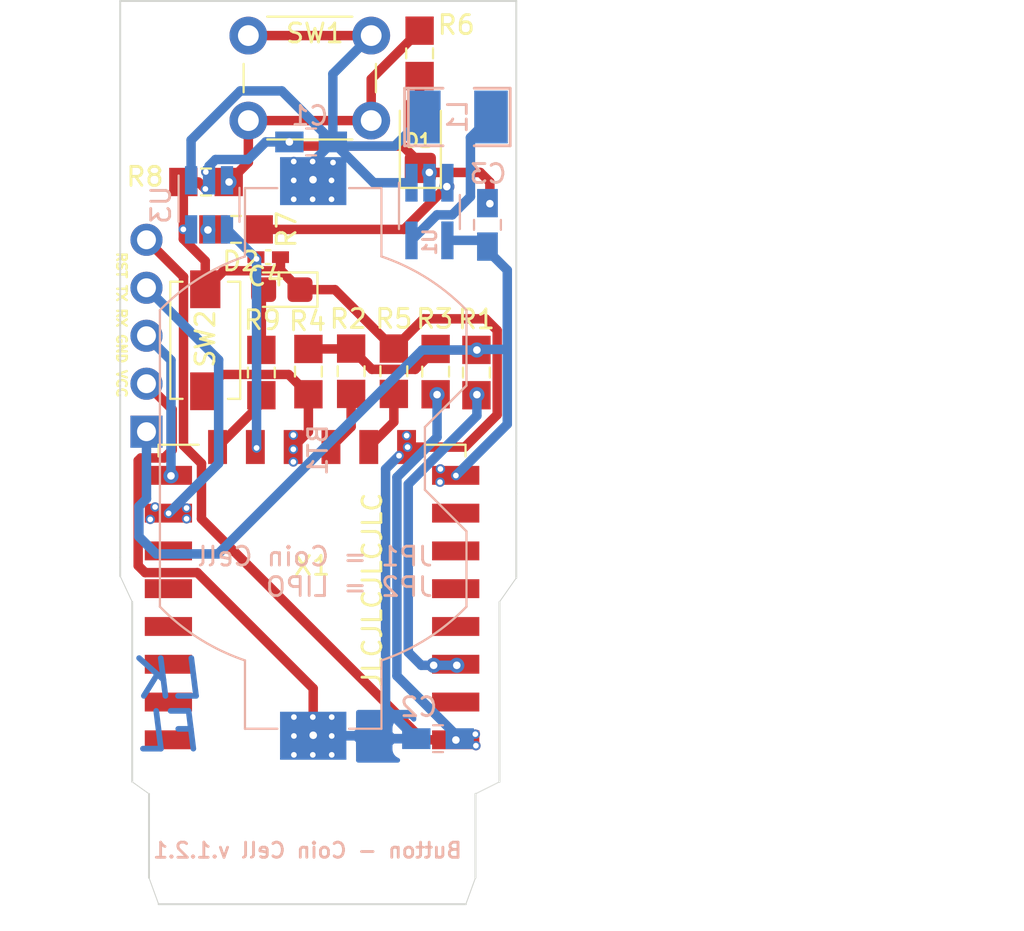
<source format=kicad_pcb>
(kicad_pcb (version 20171130) (host pcbnew "(5.1.9)-1")

  (general
    (thickness 1.6)
    (drawings 24)
    (tracks 190)
    (zones 0)
    (modules 23)
    (nets 19)
  )

  (page A4)
  (layers
    (0 F.Cu signal)
    (31 B.Cu signal)
    (32 B.Adhes user)
    (33 F.Adhes user)
    (34 B.Paste user)
    (35 F.Paste user)
    (36 B.SilkS user hide)
    (37 F.SilkS user)
    (38 B.Mask user)
    (39 F.Mask user)
    (40 Dwgs.User user)
    (41 Cmts.User user)
    (42 Eco1.User user)
    (43 Eco2.User user)
    (44 Edge.Cuts user)
    (45 Margin user)
    (46 B.CrtYd user hide)
    (47 F.CrtYd user hide)
    (48 B.Fab user hide)
    (49 F.Fab user)
  )

  (setup
    (last_trace_width 0.25)
    (user_trace_width 0.5)
    (trace_clearance 0.1)
    (zone_clearance 0.508)
    (zone_45_only no)
    (trace_min 0.2)
    (via_size 0.8)
    (via_drill 0.4)
    (via_min_size 0.4)
    (via_min_drill 0.3)
    (user_via 0.5 0.3)
    (uvia_size 0.3)
    (uvia_drill 0.1)
    (uvias_allowed no)
    (uvia_min_size 0.2)
    (uvia_min_drill 0.1)
    (edge_width 0.05)
    (segment_width 0.2)
    (pcb_text_width 0.3)
    (pcb_text_size 1.5 1.5)
    (mod_edge_width 0.12)
    (mod_text_size 1 1)
    (mod_text_width 0.15)
    (pad_size 1.524 1.524)
    (pad_drill 0.762)
    (pad_to_mask_clearance 0.051)
    (solder_mask_min_width 0.25)
    (aux_axis_origin 0 0)
    (visible_elements 7FFFFFFF)
    (pcbplotparams
      (layerselection 0x010fc_ffffffff)
      (usegerberextensions false)
      (usegerberattributes false)
      (usegerberadvancedattributes true)
      (creategerberjobfile false)
      (excludeedgelayer true)
      (linewidth 0.150000)
      (plotframeref false)
      (viasonmask false)
      (mode 1)
      (useauxorigin true)
      (hpglpennumber 1)
      (hpglpenspeed 20)
      (hpglpendiameter 15.000000)
      (psnegative false)
      (psa4output false)
      (plotreference true)
      (plotvalue true)
      (plotinvisibletext false)
      (padsonsilk false)
      (subtractmaskfromsilk false)
      (outputformat 1)
      (mirror false)
      (drillshape 0)
      (scaleselection 1)
      (outputdirectory "Gerber/"))
  )

  (net 0 "")
  (net 1 /VCC)
  (net 2 /GND)
  (net 3 /RST)
  (net 4 /RX)
  (net 5 /TX)
  (net 6 /EN)
  (net 7 /GPIO2)
  (net 8 /GPIO0)
  (net 9 "Net-(BT1-Pad1)")
  (net 10 "Net-(L1-Pad2)")
  (net 11 /GPIO15)
  (net 12 "Net-(R7-Pad2)")
  (net 13 /GPIO4)
  (net 14 "Net-(D2-Pad2)")
  (net 15 /GPIO5)
  (net 16 "Net-(D1-Pad2)")
  (net 17 "Net-(R6-Pad2)")
  (net 18 "Net-(R7-Pad1)")

  (net_class Default "This is the default net class."
    (clearance 0.1)
    (trace_width 0.25)
    (via_dia 0.8)
    (via_drill 0.4)
    (uvia_dia 0.3)
    (uvia_drill 0.1)
    (add_net /EN)
    (add_net /GND)
    (add_net /GPIO0)
    (add_net /GPIO15)
    (add_net /GPIO2)
    (add_net /GPIO4)
    (add_net /GPIO5)
    (add_net /RST)
    (add_net /RX)
    (add_net /TX)
    (add_net /VCC)
    (add_net "Net-(BT1-Pad1)")
    (add_net "Net-(D1-Pad2)")
    (add_net "Net-(D2-Pad2)")
    (add_net "Net-(L1-Pad2)")
    (add_net "Net-(R6-Pad2)")
    (add_net "Net-(R7-Pad1)")
    (add_net "Net-(R7-Pad2)")
  )

  (module handsolder:ESP-12Elesssilk (layer F.Cu) (tedit 60343770) (tstamp 603269A6)
    (at 125.72 90.16 180)
    (descr "Wi-Fi Module, http://wiki.ai-thinker.com/_media/esp8266/docs/aithinker_esp_12f_datasheet_en.pdf")
    (tags "Wi-Fi Module")
    (path /602C0443)
    (attr smd)
    (fp_text reference X1 (at 0 5.715) (layer F.SilkS)
      (effects (font (size 1 1) (thickness 0.15)))
    )
    (fp_text value ESP-12E (at -0.06 -12.78) (layer F.Fab)
      (effects (font (size 1 1) (thickness 0.15)))
    )
    (fp_line (start -8 -12) (end 8 -12) (layer F.Fab) (width 0.12))
    (fp_line (start 8 -12) (end 8 12) (layer F.Fab) (width 0.12))
    (fp_line (start 8 12) (end -8 12) (layer F.Fab) (width 0.12))
    (fp_line (start -8 12) (end -8 -3) (layer F.Fab) (width 0.12))
    (fp_line (start -8 -3) (end -7.5 -3.5) (layer F.Fab) (width 0.12))
    (fp_line (start -7.5 -3.5) (end -8 -4) (layer F.Fab) (width 0.12))
    (fp_line (start -8 -4) (end -8 -12) (layer F.Fab) (width 0.12))
    (fp_line (start -9.05 -12.2) (end 9.05 -12.2) (layer F.CrtYd) (width 0.05))
    (fp_line (start 9.05 -12.2) (end 9.05 13.1) (layer F.CrtYd) (width 0.05))
    (fp_line (start 9.05 13.1) (end -9.05 13.1) (layer F.CrtYd) (width 0.05))
    (fp_line (start -9.05 13.1) (end -9.05 -12.2) (layer F.CrtYd) (width 0.05))
    (fp_line (start 8.12 11.5) (end 8.12 12.12) (layer F.SilkS) (width 0.12))
    (fp_line (start 8.12 12.12) (end 6 12.12) (layer F.SilkS) (width 0.12))
    (fp_line (start -6 12.12) (end -8.12 12.12) (layer F.SilkS) (width 0.12))
    (fp_line (start -8.12 12.12) (end -8.12 11.5) (layer F.SilkS) (width 0.12))
    (fp_line (start -8.12 -12.12) (end 8.12 -12.12) (layer Dwgs.User) (width 0.12))
    (fp_line (start 8.12 -12.12) (end 8.12 -4.8) (layer Dwgs.User) (width 0.12))
    (fp_line (start 8.12 -4.8) (end -8.12 -4.8) (layer Dwgs.User) (width 0.12))
    (fp_line (start -8.12 -4.8) (end -8.12 -12.12) (layer Dwgs.User) (width 0.12))
    (fp_line (start -8.12 -9.12) (end -5.12 -12.12) (layer Dwgs.User) (width 0.12))
    (fp_line (start -8.12 -6.12) (end -2.12 -12.12) (layer Dwgs.User) (width 0.12))
    (fp_line (start -6.44 -4.8) (end 0.88 -12.12) (layer Dwgs.User) (width 0.12))
    (fp_line (start -3.44 -4.8) (end 3.88 -12.12) (layer Dwgs.User) (width 0.12))
    (fp_line (start -0.44 -4.8) (end 6.88 -12.12) (layer Dwgs.User) (width 0.12))
    (fp_line (start 2.56 -4.8) (end 8.12 -10.36) (layer Dwgs.User) (width 0.12))
    (fp_line (start 5.56 -4.8) (end 8.12 -7.36) (layer Dwgs.User) (width 0.12))
    (fp_text user %R (at 0.49 -0.8) (layer F.Fab)
      (effects (font (size 1 1) (thickness 0.15)))
    )
    (fp_text user "KEEP-OUT ZONE" (at 0.03 -9.55 180) (layer Cmts.User)
      (effects (font (size 1 1) (thickness 0.15)))
    )
    (fp_text user Antenna (at -0.06 -7 180) (layer Cmts.User)
      (effects (font (size 1 1) (thickness 0.15)))
    )
    (pad 22 smd rect (at 7.6 -3.5 180) (size 2.5 1) (layers F.Cu F.Paste F.Mask))
    (pad 21 smd rect (at 7.6 -1.5 180) (size 2.5 1) (layers F.Cu F.Paste F.Mask))
    (pad 20 smd rect (at 7.6 0.5 180) (size 2.5 1) (layers F.Cu F.Paste F.Mask))
    (pad 19 smd rect (at 7.6 2.5 180) (size 2.5 1) (layers F.Cu F.Paste F.Mask))
    (pad 18 smd rect (at 7.6 4.5 180) (size 2.5 1) (layers F.Cu F.Paste F.Mask))
    (pad 17 smd rect (at 7.6 6.5 180) (size 2.5 1) (layers F.Cu F.Paste F.Mask))
    (pad 16 smd rect (at 7.6 8.5 180) (size 2.5 1) (layers F.Cu F.Paste F.Mask)
      (net 5 /TX))
    (pad 15 smd rect (at 7.6 10.5 180) (size 2.5 1) (layers F.Cu F.Paste F.Mask)
      (net 4 /RX))
    (pad 14 smd rect (at 5 12 180) (size 1 1.8) (layers F.Cu F.Paste F.Mask)
      (net 15 /GPIO5))
    (pad 13 smd rect (at 3 12 180) (size 1 1.8) (layers F.Cu F.Paste F.Mask)
      (net 13 /GPIO4))
    (pad 12 smd rect (at 1 12 180) (size 1 1.8) (layers F.Cu F.Paste F.Mask)
      (net 8 /GPIO0))
    (pad 11 smd rect (at -1 12 180) (size 1 1.8) (layers F.Cu F.Paste F.Mask)
      (net 7 /GPIO2))
    (pad 10 smd rect (at -3 12 180) (size 1 1.8) (layers F.Cu F.Paste F.Mask)
      (net 11 /GPIO15))
    (pad 9 smd rect (at -5 12 180) (size 1 1.8) (layers F.Cu F.Paste F.Mask)
      (net 2 /GND))
    (pad 8 smd rect (at -7.6 10.5 180) (size 2.5 1) (layers F.Cu F.Paste F.Mask)
      (net 1 /VCC))
    (pad 7 smd rect (at -7.6 8.5 180) (size 2.5 1) (layers F.Cu F.Paste F.Mask))
    (pad 6 smd rect (at -7.6 6.5 180) (size 2.5 1) (layers F.Cu F.Paste F.Mask))
    (pad 5 smd rect (at -7.6 4.5 180) (size 2.5 1) (layers F.Cu F.Paste F.Mask))
    (pad 4 smd rect (at -7.6 2.5 180) (size 2.5 1) (layers F.Cu F.Paste F.Mask))
    (pad 3 smd rect (at -7.6 0.5 180) (size 2.5 1) (layers F.Cu F.Paste F.Mask)
      (net 6 /EN))
    (pad 2 smd rect (at -7.6 -1.5 180) (size 2.5 1) (layers F.Cu F.Paste F.Mask))
    (pad 1 smd rect (at -7.6 -3.5 180) (size 2.5 1) (layers F.Cu F.Paste F.Mask)
      (net 3 /RST))
    (model ${KISYS3DMOD}/RF_Module.3dshapes/ESP-12E.wrl
      (at (xyz 0 0 0))
      (scale (xyz 1 1 1))
      (rotate (xyz 0 0 0))
    )
  )

  (module handsolder:C_0402_1005Metric_Pad0.74x0.62mm_HandSoldermod (layer F.Cu) (tedit 60342830) (tstamp 60343322)
    (at 123.4 68.11)
    (descr "Capacitor SMD 0402 (1005 Metric), square (rectangular) end terminal, IPC_7351 nominal with elongated pad for handsoldering. (Body size source: IPC-SM-782 page 76, https://www.pcb-3d.com/wordpress/wp-content/uploads/ipc-sm-782a_amendment_1_and_2.pdf), generated with kicad-footprint-generator")
    (tags "capacitor handsolder")
    (path /603444C4)
    (attr smd)
    (fp_text reference C4 (at -0.127 1.016) (layer F.SilkS)
      (effects (font (size 1 1) (thickness 0.15)))
    )
    (fp_text value "10nf -100nf" (at 0 1.16) (layer F.Fab)
      (effects (font (size 1 1) (thickness 0.15)))
    )
    (fp_line (start 1.08 0.46) (end -1.08 0.46) (layer F.CrtYd) (width 0.05))
    (fp_line (start 1.08 -0.46) (end 1.08 0.46) (layer F.CrtYd) (width 0.05))
    (fp_line (start -1.08 -0.46) (end 1.08 -0.46) (layer F.CrtYd) (width 0.05))
    (fp_line (start -1.08 0.46) (end -1.08 -0.46) (layer F.CrtYd) (width 0.05))
    (fp_line (start -0.115835 0.36) (end 0.115835 0.36) (layer F.SilkS) (width 0.12))
    (fp_line (start -0.115835 -0.36) (end 0.115835 -0.36) (layer F.SilkS) (width 0.12))
    (fp_line (start 0.5 0.25) (end -0.5 0.25) (layer F.Fab) (width 0.1))
    (fp_line (start 0.5 -0.25) (end 0.5 0.25) (layer F.Fab) (width 0.1))
    (fp_line (start -0.5 -0.25) (end 0.5 -0.25) (layer F.Fab) (width 0.1))
    (fp_line (start -0.5 0.25) (end -0.5 -0.25) (layer F.Fab) (width 0.1))
    (fp_text user %R (at 0 0) (layer F.Fab)
      (effects (font (size 0.25 0.25) (thickness 0.04)))
    )
    (pad 2 smd rect (at 0.65 0) (size 0.9 0.62) (layers F.Cu F.Paste F.Mask)
      (net 2 /GND))
    (pad 1 smd rect (at -0.65 0) (size 0.9 0.62) (layers F.Cu F.Paste F.Mask)
      (net 13 /GPIO4))
    (model ${KISYS3DMOD}/Capacitor_SMD.3dshapes/C_0402_1005Metric.wrl
      (at (xyz 0 0 0))
      (scale (xyz 1 1 1))
      (rotate (xyz 0 0 0))
    )
  )

  (module handsolder:SMD-1210_Pol_inductor (layer B.Cu) (tedit 592F1991) (tstamp 60341854)
    (at 133.41 60.69)
    (tags "CMS SM")
    (path /602E234D)
    (attr smd)
    (fp_text reference L1 (at 0.015 -0.015 -90) (layer B.SilkS)
      (effects (font (size 1 1) (thickness 0.15)) (justify mirror))
    )
    (fp_text value "4.7 uH" (at 0 -0.762) (layer B.Fab)
      (effects (font (size 1 1) (thickness 0.15)) (justify mirror))
    )
    (fp_line (start -2.794 -1.524) (end -0.762 -1.524) (layer B.SilkS) (width 0.15))
    (fp_line (start -2.594 1.524) (end -2.594 -1.524) (layer B.SilkS) (width 0.15))
    (fp_line (start -0.762 1.524) (end -2.794 1.524) (layer B.SilkS) (width 0.15))
    (fp_line (start 2.794 1.524) (end 0.889 1.524) (layer B.SilkS) (width 0.15))
    (fp_line (start 2.794 -1.524) (end 2.794 1.524) (layer B.SilkS) (width 0.15))
    (fp_line (start 0.889 -1.524) (end 2.794 -1.524) (layer B.SilkS) (width 0.15))
    (fp_line (start -2.794 1.524) (end -2.794 -1.524) (layer B.SilkS) (width 0.15))
    (pad 1 smd rect (at -1.778 0) (size 1.778 2.794) (layers B.Cu B.Paste B.Mask)
      (net 9 "Net-(BT1-Pad1)") (zone_connect 2))
    (pad 2 smd rect (at 1.778 0) (size 1.778 2.794) (layers B.Cu B.Paste B.Mask)
      (net 10 "Net-(L1-Pad2)"))
    (model SMD_Packages.3dshapes/SMD-1210_Pol.wrl
      (at (xyz 0 0 0))
      (scale (xyz 0.2 0.2 0.2))
      (rotate (xyz 0 0 0))
    )
  )

  (module Connector_PinHeader_2.54mm:PinHeader_1x05_P2.54mm_Vertical (layer F.Cu) (tedit 6033F431) (tstamp 60326824)
    (at 116.96 77.35 180)
    (descr "Through hole straight pin header, 1x05, 2.54mm pitch, single row")
    (tags "Through hole pin header THT 1x05 2.54mm single row")
    (path /60301345)
    (fp_text reference J1 (at -2.6162 -0.9652 180) (layer F.SilkS) hide
      (effects (font (size 1 1) (thickness 0.15)))
    )
    (fp_text value Conn_01x05_Female (at 0.03 12.52 180) (layer F.Fab)
      (effects (font (size 1 1) (thickness 0.15)))
    )
    (fp_line (start -0.635 -1.27) (end 1.27 -1.27) (layer F.Fab) (width 0.1))
    (fp_line (start 1.27 -1.27) (end 1.27 11.43) (layer F.Fab) (width 0.1))
    (fp_line (start 1.27 11.43) (end -1.27 11.43) (layer F.Fab) (width 0.1))
    (fp_line (start -1.27 11.43) (end -1.27 -0.635) (layer F.Fab) (width 0.1))
    (fp_line (start -1.27 -0.635) (end -0.635 -1.27) (layer F.Fab) (width 0.1))
    (fp_line (start -1.8 -1.8) (end -1.8 11.95) (layer F.CrtYd) (width 0.05))
    (fp_line (start -1.8 11.95) (end 1.8 11.95) (layer F.CrtYd) (width 0.05))
    (fp_line (start 1.8 11.95) (end 1.8 -1.8) (layer F.CrtYd) (width 0.05))
    (fp_line (start 1.8 -1.8) (end -1.8 -1.8) (layer F.CrtYd) (width 0.05))
    (fp_text user %R (at 0 5.08 270) (layer F.Fab)
      (effects (font (size 1 1) (thickness 0.15)))
    )
    (pad 5 thru_hole oval (at 0 10.16 180) (size 1.7 1.7) (drill 1) (layers *.Cu *.Mask)
      (net 3 /RST))
    (pad 4 thru_hole oval (at 0 7.62 180) (size 1.7 1.7) (drill 1) (layers *.Cu *.Mask)
      (net 5 /TX))
    (pad 3 thru_hole oval (at 0 5.08 180) (size 1.7 1.7) (drill 1) (layers *.Cu *.Mask)
      (net 4 /RX))
    (pad 2 thru_hole oval (at 0 2.54 180) (size 1.7 1.7) (drill 1) (layers *.Cu *.Mask)
      (net 2 /GND))
    (pad 1 thru_hole rect (at 0 0 180) (size 1.7 1.7) (drill 1) (layers *.Cu *.Mask)
      (net 1 /VCC))
    (model ${KISYS3DMOD}/Connector_PinHeader_2.54mm.3dshapes/PinHeader_1x05_P2.54mm_Vertical.wrl
      (at (xyz 0 0 0))
      (scale (xyz 1 1 1))
      (rotate (xyz 0 0 0))
    )
  )

  (module handsolder:SOT-23-5_HandSolderingmod (layer B.Cu) (tedit 60023824) (tstamp 60329F06)
    (at 131.93 65.72 270)
    (descr "5-pin SOT23 package")
    (tags "SOT-23-5 hand-soldering")
    (path /6033543B)
    (attr smd)
    (fp_text reference U1 (at 1.58496 -0.02032 90) (layer B.SilkS)
      (effects (font (size 0.7 0.7) (thickness 0.15)) (justify mirror))
    )
    (fp_text value TPS61097A (at 10.287 -1.143 270) (layer B.SilkS) hide
      (effects (font (size 1 1) (thickness 0.15)) (justify mirror))
    )
    (fp_line (start -0.9 -1.61) (end 0.9 -1.61) (layer B.SilkS) (width 0.12))
    (fp_line (start 0.9 1.61) (end -1.55 1.61) (layer B.SilkS) (width 0.12))
    (fp_line (start -0.9 0.9) (end -0.25 1.55) (layer B.Fab) (width 0.1))
    (fp_line (start 0.9 1.55) (end -0.25 1.55) (layer B.Fab) (width 0.1))
    (fp_line (start -0.9 0.9) (end -0.9 -1.55) (layer B.Fab) (width 0.1))
    (fp_line (start 0.9 -1.55) (end -0.9 -1.55) (layer B.Fab) (width 0.1))
    (fp_line (start 0.9 1.55) (end 0.9 -1.55) (layer B.Fab) (width 0.1))
    (fp_line (start -2.38 1.8) (end 2.38 1.8) (layer B.CrtYd) (width 0.05))
    (fp_line (start -2.38 1.8) (end -2.38 -1.8) (layer B.CrtYd) (width 0.05))
    (fp_line (start 2.38 -1.8) (end 2.38 1.8) (layer B.CrtYd) (width 0.05))
    (fp_line (start 2.38 -1.8) (end -2.38 -1.8) (layer B.CrtYd) (width 0.05))
    (fp_text user %R (at 0 0) (layer B.Fab)
      (effects (font (size 0.5 0.5) (thickness 0.075)) (justify mirror))
    )
    (pad 5 smd rect (at 1.5 0.95 270) (size 2 0.65) (layers B.Cu B.Paste B.Mask)
      (net 10 "Net-(L1-Pad2)"))
    (pad 4 smd rect (at 1.5 -0.95 270) (size 2 0.65) (layers B.Cu B.Paste B.Mask)
      (net 1 /VCC))
    (pad 3 smd rect (at -1.55 -0.95 270) (size 2 0.65) (layers B.Cu B.Paste B.Mask)
      (net 12 "Net-(R7-Pad2)"))
    (pad 2 smd trapezoid (at -1.55 0 270) (size 2 0.65) (layers B.Cu B.Paste B.Mask)
      (net 2 /GND))
    (pad 1 smd rect (at -1.55 0.95 270) (size 2 0.65) (layers B.Cu B.Paste B.Mask)
      (net 9 "Net-(BT1-Pad1)"))
    (model ${KISYS3DMOD}/Package_TO_SOT_SMD.3dshapes/SOT-23-5.wrl
      (at (xyz 0 0 0))
      (scale (xyz 1 1 1))
      (rotate (xyz 0 0 0))
    )
  )

  (module handsolder:C_0805_2012handsodermod (layer B.Cu) (tedit 60326176) (tstamp 603267C3)
    (at 125.67 62.01)
    (descr "Capacitor SMD 0805 (2012 Metric), square (rectangular) end terminal, IPC_7351 nominal with elongated pad for handsoldering. (Body size source: https://docs.google.com/spreadsheets/d/1BsfQQcO9C6DZCsRaXUlFlo91Tg2WpOkGARC1WS5S8t0/edit?usp=sharing), generated with kicad-footprint-generator")
    (tags "capacitor handsolder")
    (path /602D0C1F)
    (attr smd)
    (fp_text reference C1 (at -0.07 -1.385 180) (layer B.SilkS)
      (effects (font (size 1 1) (thickness 0.15)) (justify mirror))
    )
    (fp_text value 10uF (at 0 -1.65 180) (layer B.Fab) hide
      (effects (font (size 1 1) (thickness 0.15)) (justify mirror))
    )
    (fp_line (start -1 -0.6) (end -1 0.6) (layer B.Fab) (width 0.1))
    (fp_line (start -1 0.6) (end 1 0.6) (layer B.Fab) (width 0.1))
    (fp_line (start 1 0.6) (end 1 -0.6) (layer B.Fab) (width 0.1))
    (fp_line (start 1 -0.6) (end -1 -0.6) (layer B.Fab) (width 0.1))
    (fp_line (start -0.261252 0.71) (end 0.261252 0.71) (layer B.SilkS) (width 0.12))
    (fp_line (start -0.261252 -0.71) (end 0.261252 -0.71) (layer B.SilkS) (width 0.12))
    (fp_line (start -2 -0.85) (end -2 0.85) (layer B.CrtYd) (width 0.05))
    (fp_line (start -2 0.85) (end 2.05 0.85) (layer B.CrtYd) (width 0.05))
    (fp_line (start 2.05 0.85) (end 2.05 -0.85) (layer B.CrtYd) (width 0.05))
    (fp_line (start 2.05 -0.85) (end -2 -0.85) (layer B.CrtYd) (width 0.05))
    (fp_text user %R (at 0 0 180) (layer B.Fab)
      (effects (font (size 0.5 0.5) (thickness 0.08)) (justify mirror))
    )
    (pad 2 smd rect (at 1.15 0) (size 1.5 1.1) (layers B.Cu B.Paste B.Mask)
      (net 9 "Net-(BT1-Pad1)"))
    (pad 1 smd rect (at -1.15 0) (size 1.5 1.1) (layers B.Cu B.Paste B.Mask)
      (net 2 /GND))
    (model ${KISYS3DMOD}/Capacitor_SMD.3dshapes/C_0805_2012Metric.wrl
      (at (xyz 0 0 0))
      (scale (xyz 1 1 1))
      (rotate (xyz 0 0 0))
    )
  )

  (module handsolder:SOT-23-6handsoldering (layer B.Cu) (tedit 600C9A10) (tstamp 6032696B)
    (at 120.27 65.34 270)
    (descr "6-pin SOT-23 package")
    (tags SOT-23-6)
    (path /6031B6A7)
    (attr smd)
    (fp_text reference U3 (at 0 2.54 270) (layer B.SilkS)
      (effects (font (size 1 1) (thickness 0.15)) (justify mirror))
    )
    (fp_text value TPL5111 (at 0 -2.9 90) (layer B.Fab)
      (effects (font (size 1 1) (thickness 0.15)) (justify mirror))
    )
    (fp_line (start -0.9 -1.61) (end 0.9 -1.61) (layer B.SilkS) (width 0.12))
    (fp_line (start 0.9 1.61) (end -1.55 1.61) (layer B.SilkS) (width 0.12))
    (fp_line (start 1.9 1.8) (end -1.9 1.8) (layer B.CrtYd) (width 0.05))
    (fp_line (start 1.9 -1.8) (end 1.9 1.8) (layer B.CrtYd) (width 0.05))
    (fp_line (start -1.9 -1.8) (end 1.9 -1.8) (layer B.CrtYd) (width 0.05))
    (fp_line (start -1.9 1.8) (end -1.9 -1.8) (layer B.CrtYd) (width 0.05))
    (fp_line (start -0.9 0.9) (end -0.25 1.55) (layer B.Fab) (width 0.1))
    (fp_line (start 0.9 1.55) (end -0.25 1.55) (layer B.Fab) (width 0.1))
    (fp_line (start -0.9 0.9) (end -0.9 -1.55) (layer B.Fab) (width 0.1))
    (fp_line (start 0.9 -1.55) (end -0.9 -1.55) (layer B.Fab) (width 0.1))
    (fp_line (start 0.9 1.55) (end 0.9 -1.55) (layer B.Fab) (width 0.1))
    (fp_text user %R (at 0 0) (layer B.Fab)
      (effects (font (size 0.5 0.5) (thickness 0.075)) (justify mirror))
    )
    (pad 5 smd rect (at 1.3 0 270) (size 1.5 0.65) (layers B.Cu B.Paste B.Mask)
      (net 18 "Net-(R7-Pad1)"))
    (pad 6 smd rect (at 1.3 0.95 270) (size 1.5 0.65) (layers B.Cu B.Paste B.Mask)
      (net 2 /GND))
    (pad 4 smd rect (at 1.3 -0.95 270) (size 1.5 0.65) (layers B.Cu B.Paste B.Mask)
      (net 13 /GPIO4))
    (pad 3 smd rect (at -1.3 -0.95 270) (size 1.5 0.65) (layers B.Cu B.Paste B.Mask)
      (net 17 "Net-(R6-Pad2)"))
    (pad 2 smd rect (at -1.3 0 270) (size 1.5 0.65) (layers B.Cu B.Paste B.Mask)
      (net 2 /GND))
    (pad 1 smd rect (at -1.3 0.95 270) (size 1.5 0.65) (layers B.Cu B.Paste B.Mask)
      (net 9 "Net-(BT1-Pad1)"))
    (model ${KISYS3DMOD}/Package_TO_SOT_SMD.3dshapes/SOT-23-6.wrl
      (at (xyz 0 0 0))
      (scale (xyz 1 1 1))
      (rotate (xyz 0 0 0))
    )
  )

  (module Button_Switch_SMD:SW_SPST_EVQPE1 (layer F.Cu) (tedit 5A02FC95) (tstamp 6032692A)
    (at 120.07 72.51 90)
    (descr "Light Touch Switch, https://industrial.panasonic.com/cdbs/www-data/pdf/ATK0000/ATK0000CE7.pdf")
    (path /602CDBD4)
    (attr smd)
    (fp_text reference SW2 (at 0.0762 0 90) (layer F.SilkS)
      (effects (font (size 1 1) (thickness 0.15)))
    )
    (fp_text value SW_Push (at 0 3 90) (layer F.Fab)
      (effects (font (size 1 1) (thickness 0.15)))
    )
    (fp_line (start 3 -1.75) (end 3 1.75) (layer F.Fab) (width 0.1))
    (fp_line (start 3 1.75) (end -3 1.75) (layer F.Fab) (width 0.1))
    (fp_line (start -3 1.75) (end -3 -1.75) (layer F.Fab) (width 0.1))
    (fp_line (start -3 -1.75) (end 3 -1.75) (layer F.Fab) (width 0.1))
    (fp_line (start -1.4 -0.7) (end 1.4 -0.7) (layer F.Fab) (width 0.1))
    (fp_line (start 1.4 -0.7) (end 1.4 0.7) (layer F.Fab) (width 0.1))
    (fp_line (start 1.4 0.7) (end -1.4 0.7) (layer F.Fab) (width 0.1))
    (fp_line (start -1.4 0.7) (end -1.4 -0.7) (layer F.Fab) (width 0.1))
    (fp_line (start -3.95 -2) (end 3.95 -2) (layer F.CrtYd) (width 0.05))
    (fp_line (start 3.95 -2) (end 3.95 2) (layer F.CrtYd) (width 0.05))
    (fp_line (start 3.95 2) (end -3.95 2) (layer F.CrtYd) (width 0.05))
    (fp_line (start -3.95 2) (end -3.95 -2) (layer F.CrtYd) (width 0.05))
    (fp_line (start 3.1 -1.85) (end 3.1 -1.2) (layer F.SilkS) (width 0.12))
    (fp_line (start 3.1 1.85) (end 3.1 1.2) (layer F.SilkS) (width 0.12))
    (fp_line (start -3.1 1.2) (end -3.1 1.85) (layer F.SilkS) (width 0.12))
    (fp_line (start -3.1 -1.85) (end -3.1 -1.2) (layer F.SilkS) (width 0.12))
    (fp_line (start 3.1 -1.85) (end -3.1 -1.85) (layer F.SilkS) (width 0.12))
    (fp_line (start -3.1 1.85) (end 3.1 1.85) (layer F.SilkS) (width 0.12))
    (fp_text user %R (at 0 -2.65 90) (layer F.Fab)
      (effects (font (size 1 1) (thickness 0.15)))
    )
    (pad 1 smd rect (at -2.7 0 90) (size 2 1.6) (layers F.Cu F.Paste F.Mask)
      (net 8 /GPIO0))
    (pad 2 smd rect (at 2.7 0 90) (size 2 1.6) (layers F.Cu F.Paste F.Mask)
      (net 2 /GND))
    (model ${KISYS3DMOD}/Button_Switch_SMD.3dshapes/SW_SPST_EVQPE1.wrl
      (at (xyz 0 0 0))
      (scale (xyz 1 1 1))
      (rotate (xyz 0 0 0))
    )
  )

  (module Button_Switch_THT:SW_PUSH_6mm (layer F.Cu) (tedit 5A02FE31) (tstamp 60326911)
    (at 122.35 56.38)
    (descr https://www.omron.com/ecb/products/pdf/en-b3f.pdf)
    (tags "tact sw push 6mm")
    (path /602CFCB7)
    (fp_text reference SW1 (at 3.52 -0.12) (layer F.SilkS)
      (effects (font (size 1 1) (thickness 0.15)))
    )
    (fp_text value SW_Push (at 3.75 6.7) (layer F.Fab)
      (effects (font (size 1 1) (thickness 0.15)))
    )
    (fp_line (start 3.25 -0.75) (end 6.25 -0.75) (layer F.Fab) (width 0.1))
    (fp_line (start 6.25 -0.75) (end 6.25 5.25) (layer F.Fab) (width 0.1))
    (fp_line (start 6.25 5.25) (end 0.25 5.25) (layer F.Fab) (width 0.1))
    (fp_line (start 0.25 5.25) (end 0.25 -0.75) (layer F.Fab) (width 0.1))
    (fp_line (start 0.25 -0.75) (end 3.25 -0.75) (layer F.Fab) (width 0.1))
    (fp_line (start 7.75 6) (end 8 6) (layer F.CrtYd) (width 0.05))
    (fp_line (start 8 6) (end 8 5.75) (layer F.CrtYd) (width 0.05))
    (fp_line (start 7.75 -1.5) (end 8 -1.5) (layer F.CrtYd) (width 0.05))
    (fp_line (start 8 -1.5) (end 8 -1.25) (layer F.CrtYd) (width 0.05))
    (fp_line (start -1.5 -1.25) (end -1.5 -1.5) (layer F.CrtYd) (width 0.05))
    (fp_line (start -1.5 -1.5) (end -1.25 -1.5) (layer F.CrtYd) (width 0.05))
    (fp_line (start -1.5 5.75) (end -1.5 6) (layer F.CrtYd) (width 0.05))
    (fp_line (start -1.5 6) (end -1.25 6) (layer F.CrtYd) (width 0.05))
    (fp_line (start -1.25 -1.5) (end 7.75 -1.5) (layer F.CrtYd) (width 0.05))
    (fp_line (start -1.5 5.75) (end -1.5 -1.25) (layer F.CrtYd) (width 0.05))
    (fp_line (start 7.75 6) (end -1.25 6) (layer F.CrtYd) (width 0.05))
    (fp_line (start 8 -1.25) (end 8 5.75) (layer F.CrtYd) (width 0.05))
    (fp_line (start 1 5.5) (end 5.5 5.5) (layer F.SilkS) (width 0.12))
    (fp_line (start -0.25 1.5) (end -0.25 3) (layer F.SilkS) (width 0.12))
    (fp_line (start 5.5 -1) (end 1 -1) (layer F.SilkS) (width 0.12))
    (fp_line (start 6.75 3) (end 6.75 1.5) (layer F.SilkS) (width 0.12))
    (fp_circle (center 3.25 2.25) (end 1.25 2.5) (layer F.Fab) (width 0.1))
    (fp_text user %R (at 3.25 2.25) (layer F.Fab)
      (effects (font (size 1 1) (thickness 0.15)))
    )
    (pad 1 thru_hole circle (at 6.5 0 90) (size 2 2) (drill 1.1) (layers *.Cu *.Mask)
      (net 9 "Net-(BT1-Pad1)"))
    (pad 2 thru_hole circle (at 6.5 4.5 90) (size 2 2) (drill 1.1) (layers *.Cu *.Mask)
      (net 17 "Net-(R6-Pad2)"))
    (pad 1 thru_hole circle (at 0 0 90) (size 2 2) (drill 1.1) (layers *.Cu *.Mask)
      (net 9 "Net-(BT1-Pad1)"))
    (pad 2 thru_hole circle (at 0 4.5 90) (size 2 2) (drill 1.1) (layers *.Cu *.Mask)
      (net 17 "Net-(R6-Pad2)"))
    (model ${KISYS3DMOD}/Button_Switch_THT.3dshapes/SW_PUSH_6mm.wrl
      (at (xyz 0 0 0))
      (scale (xyz 1 1 1))
      (rotate (xyz 0 0 0))
    )
  )

  (module handsolder:R_0805_2012handsoldermod (layer F.Cu) (tedit 60004565) (tstamp 603268F2)
    (at 123.0376 74.2188 270)
    (descr "Resistor SMD 0805 (2012 Metric), square (rectangular) end terminal, IPC_7351 nominal with elongated pad for handsoldering. (Body size source: https://docs.google.com/spreadsheets/d/1BsfQQcO9C6DZCsRaXUlFlo91Tg2WpOkGARC1WS5S8t0/edit?usp=sharing), generated with kicad-footprint-generator")
    (tags "resistor handsolder")
    (path /60325E7B)
    (attr smd)
    (fp_text reference R9 (at -2.7788 -0.0524) (layer F.SilkS)
      (effects (font (size 1 1) (thickness 0.15)))
    )
    (fp_text value 1k (at 0 1.65 270) (layer F.Fab) hide
      (effects (font (size 1 1) (thickness 0.15)))
    )
    (fp_line (start -1 0.6) (end -1 -0.6) (layer F.Fab) (width 0.1))
    (fp_line (start -1 -0.6) (end 1 -0.6) (layer F.Fab) (width 0.1))
    (fp_line (start 1 -0.6) (end 1 0.6) (layer F.Fab) (width 0.1))
    (fp_line (start 1 0.6) (end -1 0.6) (layer F.Fab) (width 0.1))
    (fp_line (start -0.261252 -0.71) (end 0.261252 -0.71) (layer F.SilkS) (width 0.12))
    (fp_line (start -0.261252 0.71) (end 0.261252 0.71) (layer F.SilkS) (width 0.12))
    (fp_line (start -2.05 0.95) (end -2.05 -0.95) (layer F.CrtYd) (width 0.05))
    (fp_line (start -2.05 -0.95) (end 2.05 -0.95) (layer F.CrtYd) (width 0.05))
    (fp_line (start 2.05 -0.95) (end 2.05 0.95) (layer F.CrtYd) (width 0.05))
    (fp_line (start 2.05 0.95) (end -2.05 0.95) (layer F.CrtYd) (width 0.05))
    (fp_text user %R (at 0 0 270) (layer F.Fab)
      (effects (font (size 0.5 0.5) (thickness 0.08)))
    )
    (pad 2 smd rect (at 1.2 0 270) (size 1.5 1.5) (layers F.Cu F.Paste F.Mask)
      (net 15 /GPIO5))
    (pad 1 smd rect (at -1.2 0 270) (size 1.5 1.5) (layers F.Cu F.Paste F.Mask)
      (net 14 "Net-(D2-Pad2)"))
    (model ${KISYS3DMOD}/Resistor_SMD.3dshapes/R_0805_2012Metric.wrl
      (at (xyz 0 0 0))
      (scale (xyz 1 1 1))
      (rotate (xyz 0 0 0))
    )
  )

  (module handsolder:R_0805_2012handsoldermod (layer F.Cu) (tedit 60004565) (tstamp 603268E1)
    (at 120.11 64.13)
    (descr "Resistor SMD 0805 (2012 Metric), square (rectangular) end terminal, IPC_7351 nominal with elongated pad for handsoldering. (Body size source: https://docs.google.com/spreadsheets/d/1BsfQQcO9C6DZCsRaXUlFlo91Tg2WpOkGARC1WS5S8t0/edit?usp=sharing), generated with kicad-footprint-generator")
    (tags "resistor handsolder")
    (path /6031EA78)
    (attr smd)
    (fp_text reference R8 (at -3.23 -0.28) (layer F.SilkS)
      (effects (font (size 1 1) (thickness 0.15)))
    )
    (fp_text value 10k (at 0 1.65) (layer F.Fab) hide
      (effects (font (size 1 1) (thickness 0.15)))
    )
    (fp_line (start -1 0.6) (end -1 -0.6) (layer F.Fab) (width 0.1))
    (fp_line (start -1 -0.6) (end 1 -0.6) (layer F.Fab) (width 0.1))
    (fp_line (start 1 -0.6) (end 1 0.6) (layer F.Fab) (width 0.1))
    (fp_line (start 1 0.6) (end -1 0.6) (layer F.Fab) (width 0.1))
    (fp_line (start -0.261252 -0.71) (end 0.261252 -0.71) (layer F.SilkS) (width 0.12))
    (fp_line (start -0.261252 0.71) (end 0.261252 0.71) (layer F.SilkS) (width 0.12))
    (fp_line (start -2.05 0.95) (end -2.05 -0.95) (layer F.CrtYd) (width 0.05))
    (fp_line (start -2.05 -0.95) (end 2.05 -0.95) (layer F.CrtYd) (width 0.05))
    (fp_line (start 2.05 -0.95) (end 2.05 0.95) (layer F.CrtYd) (width 0.05))
    (fp_line (start 2.05 0.95) (end -2.05 0.95) (layer F.CrtYd) (width 0.05))
    (fp_text user %R (at 0 0) (layer F.Fab)
      (effects (font (size 0.5 0.5) (thickness 0.08)))
    )
    (pad 2 smd rect (at 1.2 0) (size 1.5 1.5) (layers F.Cu F.Paste F.Mask)
      (net 17 "Net-(R6-Pad2)"))
    (pad 1 smd rect (at -1.2 0) (size 1.5 1.5) (layers F.Cu F.Paste F.Mask)
      (net 2 /GND))
    (model ${KISYS3DMOD}/Resistor_SMD.3dshapes/R_0805_2012Metric.wrl
      (at (xyz 0 0 0))
      (scale (xyz 1 1 1))
      (rotate (xyz 0 0 0))
    )
  )

  (module handsolder:R_0805_2012handsoldermod (layer F.Cu) (tedit 60004565) (tstamp 603268D0)
    (at 121.7 66.64)
    (descr "Resistor SMD 0805 (2012 Metric), square (rectangular) end terminal, IPC_7351 nominal with elongated pad for handsoldering. (Body size source: https://docs.google.com/spreadsheets/d/1BsfQQcO9C6DZCsRaXUlFlo91Tg2WpOkGARC1WS5S8t0/edit?usp=sharing), generated with kicad-footprint-generator")
    (tags "resistor handsolder")
    (path /602F7A06)
    (attr smd)
    (fp_text reference R7 (at 2.667 0 270) (layer F.SilkS)
      (effects (font (size 1 1) (thickness 0.15)))
    )
    (fp_text value 10k (at 0 1.65) (layer F.Fab) hide
      (effects (font (size 1 1) (thickness 0.15)))
    )
    (fp_line (start -1 0.6) (end -1 -0.6) (layer F.Fab) (width 0.1))
    (fp_line (start -1 -0.6) (end 1 -0.6) (layer F.Fab) (width 0.1))
    (fp_line (start 1 -0.6) (end 1 0.6) (layer F.Fab) (width 0.1))
    (fp_line (start 1 0.6) (end -1 0.6) (layer F.Fab) (width 0.1))
    (fp_line (start -0.261252 -0.71) (end 0.261252 -0.71) (layer F.SilkS) (width 0.12))
    (fp_line (start -0.261252 0.71) (end 0.261252 0.71) (layer F.SilkS) (width 0.12))
    (fp_line (start -2.05 0.95) (end -2.05 -0.95) (layer F.CrtYd) (width 0.05))
    (fp_line (start -2.05 -0.95) (end 2.05 -0.95) (layer F.CrtYd) (width 0.05))
    (fp_line (start 2.05 -0.95) (end 2.05 0.95) (layer F.CrtYd) (width 0.05))
    (fp_line (start 2.05 0.95) (end -2.05 0.95) (layer F.CrtYd) (width 0.05))
    (fp_text user %R (at 0 0) (layer F.Fab)
      (effects (font (size 0.5 0.5) (thickness 0.08)))
    )
    (pad 2 smd rect (at 1.2 0) (size 1.5 1.5) (layers F.Cu F.Paste F.Mask)
      (net 12 "Net-(R7-Pad2)"))
    (pad 1 smd rect (at -1.2 0) (size 1.5 1.5) (layers F.Cu F.Paste F.Mask)
      (net 18 "Net-(R7-Pad1)"))
    (model ${KISYS3DMOD}/Resistor_SMD.3dshapes/R_0805_2012Metric.wrl
      (at (xyz 0 0 0))
      (scale (xyz 1 1 1))
      (rotate (xyz 0 0 0))
    )
  )

  (module handsolder:R_0805_2012handsoldermod (layer F.Cu) (tedit 60004565) (tstamp 603268BF)
    (at 131.41 57.32 90)
    (descr "Resistor SMD 0805 (2012 Metric), square (rectangular) end terminal, IPC_7351 nominal with elongated pad for handsoldering. (Body size source: https://docs.google.com/spreadsheets/d/1BsfQQcO9C6DZCsRaXUlFlo91Tg2WpOkGARC1WS5S8t0/edit?usp=sharing), generated with kicad-footprint-generator")
    (tags "resistor handsolder")
    (path /602D454A)
    (attr smd)
    (fp_text reference R6 (at 1.5035 1.94 180) (layer F.SilkS)
      (effects (font (size 1 1) (thickness 0.15)))
    )
    (fp_text value 1k (at 0 1.65 90) (layer F.Fab) hide
      (effects (font (size 1 1) (thickness 0.15)))
    )
    (fp_line (start -1 0.6) (end -1 -0.6) (layer F.Fab) (width 0.1))
    (fp_line (start -1 -0.6) (end 1 -0.6) (layer F.Fab) (width 0.1))
    (fp_line (start 1 -0.6) (end 1 0.6) (layer F.Fab) (width 0.1))
    (fp_line (start 1 0.6) (end -1 0.6) (layer F.Fab) (width 0.1))
    (fp_line (start -0.261252 -0.71) (end 0.261252 -0.71) (layer F.SilkS) (width 0.12))
    (fp_line (start -0.261252 0.71) (end 0.261252 0.71) (layer F.SilkS) (width 0.12))
    (fp_line (start -2.05 0.95) (end -2.05 -0.95) (layer F.CrtYd) (width 0.05))
    (fp_line (start -2.05 -0.95) (end 2.05 -0.95) (layer F.CrtYd) (width 0.05))
    (fp_line (start 2.05 -0.95) (end 2.05 0.95) (layer F.CrtYd) (width 0.05))
    (fp_line (start 2.05 0.95) (end -2.05 0.95) (layer F.CrtYd) (width 0.05))
    (fp_text user %R (at 0 0 270) (layer F.Fab)
      (effects (font (size 0.5 0.5) (thickness 0.08)))
    )
    (pad 2 smd rect (at 1.2 0 90) (size 1.5 1.5) (layers F.Cu F.Paste F.Mask)
      (net 17 "Net-(R6-Pad2)"))
    (pad 1 smd rect (at -1.2 0 90) (size 1.5 1.5) (layers F.Cu F.Paste F.Mask)
      (net 16 "Net-(D1-Pad2)"))
    (model ${KISYS3DMOD}/Resistor_SMD.3dshapes/R_0805_2012Metric.wrl
      (at (xyz 0 0 0))
      (scale (xyz 1 1 1))
      (rotate (xyz 0 0 0))
    )
  )

  (module handsolder:R_0805_2012handsoldermod (layer F.Cu) (tedit 60004565) (tstamp 603268AE)
    (at 130.048 74.1488 270)
    (descr "Resistor SMD 0805 (2012 Metric), square (rectangular) end terminal, IPC_7351 nominal with elongated pad for handsoldering. (Body size source: https://docs.google.com/spreadsheets/d/1BsfQQcO9C6DZCsRaXUlFlo91Tg2WpOkGARC1WS5S8t0/edit?usp=sharing), generated with kicad-footprint-generator")
    (tags "resistor handsolder")
    (path /602CA91E)
    (attr smd)
    (fp_text reference R5 (at -2.7748 0 180) (layer F.SilkS)
      (effects (font (size 1 1) (thickness 0.15)))
    )
    (fp_text value 4.7k (at 0 1.65 90) (layer F.Fab) hide
      (effects (font (size 1 1) (thickness 0.15)))
    )
    (fp_line (start -1 0.6) (end -1 -0.6) (layer F.Fab) (width 0.1))
    (fp_line (start -1 -0.6) (end 1 -0.6) (layer F.Fab) (width 0.1))
    (fp_line (start 1 -0.6) (end 1 0.6) (layer F.Fab) (width 0.1))
    (fp_line (start 1 0.6) (end -1 0.6) (layer F.Fab) (width 0.1))
    (fp_line (start -0.261252 -0.71) (end 0.261252 -0.71) (layer F.SilkS) (width 0.12))
    (fp_line (start -0.261252 0.71) (end 0.261252 0.71) (layer F.SilkS) (width 0.12))
    (fp_line (start -2.05 0.95) (end -2.05 -0.95) (layer F.CrtYd) (width 0.05))
    (fp_line (start -2.05 -0.95) (end 2.05 -0.95) (layer F.CrtYd) (width 0.05))
    (fp_line (start 2.05 -0.95) (end 2.05 0.95) (layer F.CrtYd) (width 0.05))
    (fp_line (start 2.05 0.95) (end -2.05 0.95) (layer F.CrtYd) (width 0.05))
    (fp_text user %R (at 0 0 90) (layer F.Fab)
      (effects (font (size 0.5 0.5) (thickness 0.08)))
    )
    (pad 2 smd rect (at 1.2 0 270) (size 1.5 1.5) (layers F.Cu F.Paste F.Mask)
      (net 11 /GPIO15))
    (pad 1 smd rect (at -1.2 0 270) (size 1.5 1.5) (layers F.Cu F.Paste F.Mask)
      (net 2 /GND))
    (model ${KISYS3DMOD}/Resistor_SMD.3dshapes/R_0805_2012Metric.wrl
      (at (xyz 0 0 0))
      (scale (xyz 1 1 1))
      (rotate (xyz 0 0 0))
    )
  )

  (module handsolder:R_0805_2012handsoldermod (layer F.Cu) (tedit 60004565) (tstamp 6032689D)
    (at 125.5268 74.168 270)
    (descr "Resistor SMD 0805 (2012 Metric), square (rectangular) end terminal, IPC_7351 nominal with elongated pad for handsoldering. (Body size source: https://docs.google.com/spreadsheets/d/1BsfQQcO9C6DZCsRaXUlFlo91Tg2WpOkGARC1WS5S8t0/edit?usp=sharing), generated with kicad-footprint-generator")
    (tags "resistor handsolder")
    (path /602CA541)
    (attr smd)
    (fp_text reference R4 (at -2.668 0.0468 180) (layer F.SilkS)
      (effects (font (size 1 1) (thickness 0.15)))
    )
    (fp_text value 10k (at 0 1.65 90) (layer F.Fab) hide
      (effects (font (size 1 1) (thickness 0.15)))
    )
    (fp_line (start -1 0.6) (end -1 -0.6) (layer F.Fab) (width 0.1))
    (fp_line (start -1 -0.6) (end 1 -0.6) (layer F.Fab) (width 0.1))
    (fp_line (start 1 -0.6) (end 1 0.6) (layer F.Fab) (width 0.1))
    (fp_line (start 1 0.6) (end -1 0.6) (layer F.Fab) (width 0.1))
    (fp_line (start -0.261252 -0.71) (end 0.261252 -0.71) (layer F.SilkS) (width 0.12))
    (fp_line (start -0.261252 0.71) (end 0.261252 0.71) (layer F.SilkS) (width 0.12))
    (fp_line (start -2.05 0.95) (end -2.05 -0.95) (layer F.CrtYd) (width 0.05))
    (fp_line (start -2.05 -0.95) (end 2.05 -0.95) (layer F.CrtYd) (width 0.05))
    (fp_line (start 2.05 -0.95) (end 2.05 0.95) (layer F.CrtYd) (width 0.05))
    (fp_line (start 2.05 0.95) (end -2.05 0.95) (layer F.CrtYd) (width 0.05))
    (fp_text user %R (at 0 0 90) (layer F.Fab)
      (effects (font (size 0.5 0.5) (thickness 0.08)))
    )
    (pad 2 smd rect (at 1.2 0 270) (size 1.5 1.5) (layers F.Cu F.Paste F.Mask)
      (net 8 /GPIO0))
    (pad 1 smd rect (at -1.2 0 270) (size 1.5 1.5) (layers F.Cu F.Paste F.Mask)
      (net 1 /VCC))
    (model ${KISYS3DMOD}/Resistor_SMD.3dshapes/R_0805_2012Metric.wrl
      (at (xyz 0 0 0))
      (scale (xyz 1 1 1))
      (rotate (xyz 0 0 0))
    )
  )

  (module handsolder:R_0805_2012handsoldermod (layer F.Cu) (tedit 60004565) (tstamp 6032688C)
    (at 132.2578 74.168 270)
    (descr "Resistor SMD 0805 (2012 Metric), square (rectangular) end terminal, IPC_7351 nominal with elongated pad for handsoldering. (Body size source: https://docs.google.com/spreadsheets/d/1BsfQQcO9C6DZCsRaXUlFlo91Tg2WpOkGARC1WS5S8t0/edit?usp=sharing), generated with kicad-footprint-generator")
    (tags "resistor handsolder")
    (path /602C7954)
    (attr smd)
    (fp_text reference R3 (at -2.794 0.0508 180) (layer F.SilkS)
      (effects (font (size 1 1) (thickness 0.15)))
    )
    (fp_text value 10k (at 0 1.65 90) (layer F.Fab) hide
      (effects (font (size 1 1) (thickness 0.15)))
    )
    (fp_line (start -1 0.6) (end -1 -0.6) (layer F.Fab) (width 0.1))
    (fp_line (start -1 -0.6) (end 1 -0.6) (layer F.Fab) (width 0.1))
    (fp_line (start 1 -0.6) (end 1 0.6) (layer F.Fab) (width 0.1))
    (fp_line (start 1 0.6) (end -1 0.6) (layer F.Fab) (width 0.1))
    (fp_line (start -0.261252 -0.71) (end 0.261252 -0.71) (layer F.SilkS) (width 0.12))
    (fp_line (start -0.261252 0.71) (end 0.261252 0.71) (layer F.SilkS) (width 0.12))
    (fp_line (start -2.05 0.95) (end -2.05 -0.95) (layer F.CrtYd) (width 0.05))
    (fp_line (start -2.05 -0.95) (end 2.05 -0.95) (layer F.CrtYd) (width 0.05))
    (fp_line (start 2.05 -0.95) (end 2.05 0.95) (layer F.CrtYd) (width 0.05))
    (fp_line (start 2.05 0.95) (end -2.05 0.95) (layer F.CrtYd) (width 0.05))
    (fp_text user %R (at 0 0 90) (layer F.Fab)
      (effects (font (size 0.5 0.5) (thickness 0.08)))
    )
    (pad 2 smd rect (at 1.2 0 270) (size 1.5 1.5) (layers F.Cu F.Paste F.Mask)
      (net 3 /RST))
    (pad 1 smd rect (at -1.2 0 270) (size 1.5 1.5) (layers F.Cu F.Paste F.Mask)
      (net 1 /VCC))
    (model ${KISYS3DMOD}/Resistor_SMD.3dshapes/R_0805_2012Metric.wrl
      (at (xyz 0 0 0))
      (scale (xyz 1 1 1))
      (rotate (xyz 0 0 0))
    )
  )

  (module handsolder:R_0805_2012handsoldermod (layer F.Cu) (tedit 60004565) (tstamp 6032687B)
    (at 127.7874 74.1488 270)
    (descr "Resistor SMD 0805 (2012 Metric), square (rectangular) end terminal, IPC_7351 nominal with elongated pad for handsoldering. (Body size source: https://docs.google.com/spreadsheets/d/1BsfQQcO9C6DZCsRaXUlFlo91Tg2WpOkGARC1WS5S8t0/edit?usp=sharing), generated with kicad-footprint-generator")
    (tags "resistor handsolder")
    (path /602CC605)
    (attr smd)
    (fp_text reference R2 (at -2.7748 0.1524 180) (layer F.SilkS)
      (effects (font (size 1 1) (thickness 0.15)))
    )
    (fp_text value 10k (at 0 1.65 90) (layer F.Fab) hide
      (effects (font (size 1 1) (thickness 0.15)))
    )
    (fp_line (start -1 0.6) (end -1 -0.6) (layer F.Fab) (width 0.1))
    (fp_line (start -1 -0.6) (end 1 -0.6) (layer F.Fab) (width 0.1))
    (fp_line (start 1 -0.6) (end 1 0.6) (layer F.Fab) (width 0.1))
    (fp_line (start 1 0.6) (end -1 0.6) (layer F.Fab) (width 0.1))
    (fp_line (start -0.261252 -0.71) (end 0.261252 -0.71) (layer F.SilkS) (width 0.12))
    (fp_line (start -0.261252 0.71) (end 0.261252 0.71) (layer F.SilkS) (width 0.12))
    (fp_line (start -2.05 0.95) (end -2.05 -0.95) (layer F.CrtYd) (width 0.05))
    (fp_line (start -2.05 -0.95) (end 2.05 -0.95) (layer F.CrtYd) (width 0.05))
    (fp_line (start 2.05 -0.95) (end 2.05 0.95) (layer F.CrtYd) (width 0.05))
    (fp_line (start 2.05 0.95) (end -2.05 0.95) (layer F.CrtYd) (width 0.05))
    (fp_text user %R (at 0 0 90) (layer F.Fab)
      (effects (font (size 0.5 0.5) (thickness 0.08)))
    )
    (pad 2 smd rect (at 1.2 0 270) (size 1.5 1.5) (layers F.Cu F.Paste F.Mask)
      (net 7 /GPIO2))
    (pad 1 smd rect (at -1.2 0 270) (size 1.5 1.5) (layers F.Cu F.Paste F.Mask)
      (net 1 /VCC))
    (model ${KISYS3DMOD}/Resistor_SMD.3dshapes/R_0805_2012Metric.wrl
      (at (xyz 0 0 0))
      (scale (xyz 1 1 1))
      (rotate (xyz 0 0 0))
    )
  )

  (module handsolder:R_0805_2012handsoldermod (layer F.Cu) (tedit 60004565) (tstamp 6032686A)
    (at 134.4168 74.2188 270)
    (descr "Resistor SMD 0805 (2012 Metric), square (rectangular) end terminal, IPC_7351 nominal with elongated pad for handsoldering. (Body size source: https://docs.google.com/spreadsheets/d/1BsfQQcO9C6DZCsRaXUlFlo91Tg2WpOkGARC1WS5S8t0/edit?usp=sharing), generated with kicad-footprint-generator")
    (tags "resistor handsolder")
    (path /602C727C)
    (attr smd)
    (fp_text reference R1 (at -2.8194 0 180) (layer F.SilkS)
      (effects (font (size 1 1) (thickness 0.15)))
    )
    (fp_text value 10k (at 0 1.65 90) (layer F.Fab) hide
      (effects (font (size 1 1) (thickness 0.15)))
    )
    (fp_line (start -1 0.6) (end -1 -0.6) (layer F.Fab) (width 0.1))
    (fp_line (start -1 -0.6) (end 1 -0.6) (layer F.Fab) (width 0.1))
    (fp_line (start 1 -0.6) (end 1 0.6) (layer F.Fab) (width 0.1))
    (fp_line (start 1 0.6) (end -1 0.6) (layer F.Fab) (width 0.1))
    (fp_line (start -0.261252 -0.71) (end 0.261252 -0.71) (layer F.SilkS) (width 0.12))
    (fp_line (start -0.261252 0.71) (end 0.261252 0.71) (layer F.SilkS) (width 0.12))
    (fp_line (start -2.05 0.95) (end -2.05 -0.95) (layer F.CrtYd) (width 0.05))
    (fp_line (start -2.05 -0.95) (end 2.05 -0.95) (layer F.CrtYd) (width 0.05))
    (fp_line (start 2.05 -0.95) (end 2.05 0.95) (layer F.CrtYd) (width 0.05))
    (fp_line (start 2.05 0.95) (end -2.05 0.95) (layer F.CrtYd) (width 0.05))
    (fp_text user %R (at 0 0 90) (layer F.Fab)
      (effects (font (size 0.5 0.5) (thickness 0.08)))
    )
    (pad 2 smd rect (at 1.2 0 270) (size 1.5 1.5) (layers F.Cu F.Paste F.Mask)
      (net 6 /EN))
    (pad 1 smd rect (at -1.2 0 270) (size 1.5 1.5) (layers F.Cu F.Paste F.Mask)
      (net 1 /VCC))
    (model ${KISYS3DMOD}/Resistor_SMD.3dshapes/R_0805_2012Metric.wrl
      (at (xyz 0 0 0))
      (scale (xyz 1 1 1))
      (rotate (xyz 0 0 0))
    )
  )

  (module LED_SMD:LED_0805_2012Metric_Castellated (layer F.Cu) (tedit 5F68FEF1) (tstamp 6032680B)
    (at 124.12 69.83 180)
    (descr "LED SMD 0805 (2012 Metric), castellated end terminal, IPC_7351 nominal, (Body size source: https://docs.google.com/spreadsheets/d/1BsfQQcO9C6DZCsRaXUlFlo91Tg2WpOkGARC1WS5S8t0/edit?usp=sharing), generated with kicad-footprint-generator")
    (tags "LED castellated")
    (path /6032747F)
    (attr smd)
    (fp_text reference D2 (at 2.17 1.5 180) (layer F.SilkS)
      (effects (font (size 1 1) (thickness 0.15)))
    )
    (fp_text value LED (at 0 1.6) (layer F.Fab)
      (effects (font (size 1 1) (thickness 0.15)))
    )
    (fp_line (start 1 -0.6) (end -0.7 -0.6) (layer F.Fab) (width 0.1))
    (fp_line (start -0.7 -0.6) (end -1 -0.3) (layer F.Fab) (width 0.1))
    (fp_line (start -1 -0.3) (end -1 0.6) (layer F.Fab) (width 0.1))
    (fp_line (start -1 0.6) (end 1 0.6) (layer F.Fab) (width 0.1))
    (fp_line (start 1 0.6) (end 1 -0.6) (layer F.Fab) (width 0.1))
    (fp_line (start 1 -0.91) (end -1.885 -0.91) (layer F.SilkS) (width 0.12))
    (fp_line (start -1.885 -0.91) (end -1.885 0.91) (layer F.SilkS) (width 0.12))
    (fp_line (start -1.885 0.91) (end 1 0.91) (layer F.SilkS) (width 0.12))
    (fp_line (start -1.88 0.9) (end -1.88 -0.9) (layer F.CrtYd) (width 0.05))
    (fp_line (start -1.88 -0.9) (end 1.88 -0.9) (layer F.CrtYd) (width 0.05))
    (fp_line (start 1.88 -0.9) (end 1.88 0.9) (layer F.CrtYd) (width 0.05))
    (fp_line (start 1.88 0.9) (end -1.88 0.9) (layer F.CrtYd) (width 0.05))
    (fp_text user %R (at 0 0) (layer F.Fab)
      (effects (font (size 0.5 0.5) (thickness 0.08)))
    )
    (pad 2 smd roundrect (at 0.9625 0 180) (size 1.325 1.3) (layers F.Cu F.Paste F.Mask) (roundrect_rratio 0.1923076923076923)
      (net 14 "Net-(D2-Pad2)"))
    (pad 1 smd roundrect (at -0.9625 0 180) (size 1.325 1.3) (layers F.Cu F.Paste F.Mask) (roundrect_rratio 0.1923076923076923)
      (net 2 /GND))
    (model ${KISYS3DMOD}/LED_SMD.3dshapes/LED_0805_2012Metric_Castellated.wrl
      (at (xyz 0 0 0))
      (scale (xyz 1 1 1))
      (rotate (xyz 0 0 0))
    )
  )

  (module LED_SMD:LED_1206_3216Metric_Castellated (layer F.Cu) (tedit 5F68FEF1) (tstamp 603267F8)
    (at 131.45 61.96 90)
    (descr "LED SMD 1206 (3216 Metric), castellated end terminal, IPC_7351 nominal, (Body size source: http://www.tortai-tech.com/upload/download/2011102023233369053.pdf), generated with kicad-footprint-generator")
    (tags "LED castellated")
    (path /602D28D1)
    (attr smd)
    (fp_text reference D1 (at 0.0176 -0.0922) (layer F.SilkS)
      (effects (font (size 0.7 0.7) (thickness 0.15)))
    )
    (fp_text value LED (at 0 1.78 90) (layer F.Fab)
      (effects (font (size 1 1) (thickness 0.15)))
    )
    (fp_line (start 1.6 -0.8) (end -1.2 -0.8) (layer F.Fab) (width 0.1))
    (fp_line (start -1.2 -0.8) (end -1.6 -0.4) (layer F.Fab) (width 0.1))
    (fp_line (start -1.6 -0.4) (end -1.6 0.8) (layer F.Fab) (width 0.1))
    (fp_line (start -1.6 0.8) (end 1.6 0.8) (layer F.Fab) (width 0.1))
    (fp_line (start 1.6 0.8) (end 1.6 -0.8) (layer F.Fab) (width 0.1))
    (fp_line (start 1.6 -1.085) (end -2.485 -1.085) (layer F.SilkS) (width 0.12))
    (fp_line (start -2.485 -1.085) (end -2.485 1.085) (layer F.SilkS) (width 0.12))
    (fp_line (start -2.485 1.085) (end 1.6 1.085) (layer F.SilkS) (width 0.12))
    (fp_line (start -2.48 1.08) (end -2.48 -1.08) (layer F.CrtYd) (width 0.05))
    (fp_line (start -2.48 -1.08) (end 2.48 -1.08) (layer F.CrtYd) (width 0.05))
    (fp_line (start 2.48 -1.08) (end 2.48 1.08) (layer F.CrtYd) (width 0.05))
    (fp_line (start 2.48 1.08) (end -2.48 1.08) (layer F.CrtYd) (width 0.05))
    (fp_text user %R (at 0 0 90) (layer F.Fab)
      (effects (font (size 0.8 0.8) (thickness 0.12)))
    )
    (pad 2 smd roundrect (at 1.425 0 90) (size 1.6 1.65) (layers F.Cu F.Paste F.Mask) (roundrect_rratio 0.15625)
      (net 16 "Net-(D1-Pad2)"))
    (pad 1 smd roundrect (at -1.425 0 90) (size 1.6 1.65) (layers F.Cu F.Paste F.Mask) (roundrect_rratio 0.15625)
      (net 2 /GND))
    (model ${KISYS3DMOD}/LED_SMD.3dshapes/LED_1206_3216Metric_Castellated.wrl
      (at (xyz 0 0 0))
      (scale (xyz 1 1 1))
      (rotate (xyz 0 0 0))
    )
  )

  (module handsolder:C_0805_2012handsodermod (layer B.Cu) (tedit 60004493) (tstamp 603267E5)
    (at 135 66.4 90)
    (descr "Capacitor SMD 0805 (2012 Metric), square (rectangular) end terminal, IPC_7351 nominal with elongated pad for handsoldering. (Body size source: https://docs.google.com/spreadsheets/d/1BsfQQcO9C6DZCsRaXUlFlo91Tg2WpOkGARC1WS5S8t0/edit?usp=sharing), generated with kicad-footprint-generator")
    (tags "capacitor handsolder")
    (path /602E3D4A)
    (attr smd)
    (fp_text reference C3 (at 2.7 0.03 180) (layer B.SilkS)
      (effects (font (size 1 1) (thickness 0.15)) (justify mirror))
    )
    (fp_text value 10uF (at 0 -1.65 90) (layer B.Fab) hide
      (effects (font (size 1 1) (thickness 0.15)) (justify mirror))
    )
    (fp_line (start -1 -0.6) (end -1 0.6) (layer B.Fab) (width 0.1))
    (fp_line (start -1 0.6) (end 1 0.6) (layer B.Fab) (width 0.1))
    (fp_line (start 1 0.6) (end 1 -0.6) (layer B.Fab) (width 0.1))
    (fp_line (start 1 -0.6) (end -1 -0.6) (layer B.Fab) (width 0.1))
    (fp_line (start -0.261252 0.71) (end 0.261252 0.71) (layer B.SilkS) (width 0.12))
    (fp_line (start -0.261252 -0.71) (end 0.261252 -0.71) (layer B.SilkS) (width 0.12))
    (fp_line (start -2 -0.95) (end -2 0.95) (layer B.CrtYd) (width 0.05))
    (fp_line (start -2 0.95) (end 2.05 0.95) (layer B.CrtYd) (width 0.05))
    (fp_line (start 2.05 0.95) (end 2.05 -0.95) (layer B.CrtYd) (width 0.05))
    (fp_line (start 2.05 -0.95) (end -2 -0.95) (layer B.CrtYd) (width 0.05))
    (fp_text user %R (at 0 0 90) (layer B.Fab)
      (effects (font (size 0.5 0.5) (thickness 0.08)) (justify mirror))
    )
    (pad 2 smd rect (at 1.15 0 90) (size 1.5 1.1) (layers B.Cu B.Paste B.Mask)
      (net 2 /GND))
    (pad 1 smd rect (at -1.15 0 90) (size 1.5 1.1) (layers B.Cu B.Paste B.Mask)
      (net 1 /VCC))
    (model ${KISYS3DMOD}/Capacitor_SMD.3dshapes/C_0805_2012Metric.wrl
      (at (xyz 0 0 0))
      (scale (xyz 1 1 1))
      (rotate (xyz 0 0 0))
    )
  )

  (module handsolder:C_0805_2012handsodermod (layer B.Cu) (tedit 60004493) (tstamp 603267D4)
    (at 132.3848 93.599)
    (descr "Capacitor SMD 0805 (2012 Metric), square (rectangular) end terminal, IPC_7351 nominal with elongated pad for handsoldering. (Body size source: https://docs.google.com/spreadsheets/d/1BsfQQcO9C6DZCsRaXUlFlo91Tg2WpOkGARC1WS5S8t0/edit?usp=sharing), generated with kicad-footprint-generator")
    (tags "capacitor handsolder")
    (path /602C896A)
    (attr smd)
    (fp_text reference C2 (at -1.016 -1.6764) (layer B.SilkS)
      (effects (font (size 1 1) (thickness 0.15)) (justify mirror))
    )
    (fp_text value 100nF (at 0 -1.65) (layer B.Fab) hide
      (effects (font (size 1 1) (thickness 0.15)) (justify mirror))
    )
    (fp_line (start -1 -0.6) (end -1 0.6) (layer B.Fab) (width 0.1))
    (fp_line (start -1 0.6) (end 1 0.6) (layer B.Fab) (width 0.1))
    (fp_line (start 1 0.6) (end 1 -0.6) (layer B.Fab) (width 0.1))
    (fp_line (start 1 -0.6) (end -1 -0.6) (layer B.Fab) (width 0.1))
    (fp_line (start -0.261252 0.71) (end 0.261252 0.71) (layer B.SilkS) (width 0.12))
    (fp_line (start -0.261252 -0.71) (end 0.261252 -0.71) (layer B.SilkS) (width 0.12))
    (fp_line (start -2 -0.95) (end -2 0.95) (layer B.CrtYd) (width 0.05))
    (fp_line (start -2 0.95) (end 2.05 0.95) (layer B.CrtYd) (width 0.05))
    (fp_line (start 2.05 0.95) (end 2.05 -0.95) (layer B.CrtYd) (width 0.05))
    (fp_line (start 2.05 -0.95) (end -2 -0.95) (layer B.CrtYd) (width 0.05))
    (fp_text user %R (at 0 0) (layer B.Fab)
      (effects (font (size 0.5 0.5) (thickness 0.08)) (justify mirror))
    )
    (pad 2 smd rect (at 1.15 0) (size 1.5 1.1) (layers B.Cu B.Paste B.Mask)
      (net 3 /RST))
    (pad 1 smd rect (at -1.15 0) (size 1.5 1.1) (layers B.Cu B.Paste B.Mask)
      (net 2 /GND))
    (model ${KISYS3DMOD}/Capacitor_SMD.3dshapes/C_0805_2012Metric.wrl
      (at (xyz 0 0 0))
      (scale (xyz 1 1 1))
      (rotate (xyz 0 0 0))
    )
  )

  (module Battery:BatteryHolder_Keystone_1058_1x2032 (layer B.Cu) (tedit 589EE147) (tstamp 60326788)
    (at 125.7808 78.7642 270)
    (descr http://www.keyelco.com/product-pdf.cfm?p=14028)
    (tags "Keystone type 1058 coin cell retainer")
    (path /602C3B33)
    (attr smd)
    (fp_text reference BT1 (at -0.44076 -0.24892 270) (layer B.SilkS)
      (effects (font (size 1 1) (thickness 0.15)) (justify mirror))
    )
    (fp_text value Battery_Cell (at 0 9.398 270) (layer B.Fab)
      (effects (font (size 1 1) (thickness 0.15)) (justify mirror))
    )
    (fp_line (start 11.06 -4.11) (end 16.45 -4.11) (layer B.CrtYd) (width 0.05))
    (fp_line (start 16.45 -4.11) (end 16.45 4.11) (layer B.CrtYd) (width 0.05))
    (fp_line (start 16.45 4.11) (end 11.06 4.11) (layer B.CrtYd) (width 0.05))
    (fp_line (start -16.45 4.11) (end -11.06 4.11) (layer B.CrtYd) (width 0.05))
    (fp_line (start -16.45 4.11) (end -16.45 -4.11) (layer B.CrtYd) (width 0.05))
    (fp_line (start -16.45 -4.11) (end -11.06 -4.11) (layer B.CrtYd) (width 0.05))
    (fp_line (start -14.31 -1.9) (end -14.31 -3.61) (layer B.SilkS) (width 0.12))
    (fp_line (start -10.692 -3.61) (end -14.31 -3.61) (layer B.SilkS) (width 0.12))
    (fp_line (start -3.86 -8.11) (end -7.8473 -8.11) (layer B.SilkS) (width 0.12))
    (fp_line (start -1.66 -5.91) (end -3.86 -8.11) (layer B.SilkS) (width 0.12))
    (fp_line (start 1.66 -5.91) (end -1.66 -5.91) (layer B.SilkS) (width 0.12))
    (fp_line (start 1.66 -5.91) (end 3.86 -8.11) (layer B.SilkS) (width 0.12))
    (fp_line (start 7.8473 -8.11) (end 3.86 -8.11) (layer B.SilkS) (width 0.12))
    (fp_line (start 14.31 -1.9) (end 14.31 -3.61) (layer B.SilkS) (width 0.12))
    (fp_line (start 14.31 -3.61) (end 10.692 -3.61) (layer B.SilkS) (width 0.12))
    (fp_line (start 10.692 3.61) (end 14.31 3.61) (layer B.SilkS) (width 0.12))
    (fp_line (start 14.31 1.9) (end 14.31 3.61) (layer B.SilkS) (width 0.12))
    (fp_line (start -7.8473 8.11) (end 7.8473 8.11) (layer B.SilkS) (width 0.12))
    (fp_line (start -14.31 1.9) (end -14.31 3.61) (layer B.SilkS) (width 0.12))
    (fp_line (start -14.31 3.61) (end -10.692 3.61) (layer B.SilkS) (width 0.12))
    (fp_line (start 14.2 -1.9) (end 14.2 -3.5) (layer B.Fab) (width 0.1))
    (fp_line (start 14.2 -3.5) (end 10.61275 -3.5) (layer B.Fab) (width 0.1))
    (fp_line (start 10.61275 3.5) (end 14.2 3.5) (layer B.Fab) (width 0.1))
    (fp_line (start 14.2 3.5) (end 14.2 1.9) (layer B.Fab) (width 0.1))
    (fp_line (start -14.2 -1.9) (end -14.2 -3.5) (layer B.Fab) (width 0.1))
    (fp_line (start -14.2 -3.5) (end -10.61275 -3.5) (layer B.Fab) (width 0.1))
    (fp_line (start 3.9 -8) (end 7.8026 -8) (layer B.Fab) (width 0.1))
    (fp_line (start 1.7 -5.8) (end 3.9 -8) (layer B.Fab) (width 0.1))
    (fp_line (start -1.7 -5.8) (end -3.9 -8) (layer B.Fab) (width 0.1))
    (fp_line (start -1.7 -5.8) (end 1.7 -5.8) (layer B.Fab) (width 0.1))
    (fp_line (start -14.2 3.5) (end -10.61275 3.5) (layer B.Fab) (width 0.1))
    (fp_line (start -14.2 3.5) (end -14.2 1.9) (layer B.Fab) (width 0.1))
    (fp_line (start -3.9 -8) (end -7.8026 -8) (layer B.Fab) (width 0.1))
    (fp_line (start -7.8026 8) (end 7.8026 8) (layer B.Fab) (width 0.1))
    (fp_circle (center 0 0) (end 10 0) (layer Dwgs.User) (width 0.15))
    (fp_arc (start 0 0) (end -10.61275 3.5) (angle -27.4635) (layer B.Fab) (width 0.1))
    (fp_arc (start 0 0) (end 10.61275 -3.5) (angle -27.4635) (layer B.Fab) (width 0.1))
    (fp_arc (start 0 0) (end 10.61275 3.5) (angle 27.4635) (layer B.Fab) (width 0.1))
    (fp_arc (start 0 0) (end -10.61275 -3.5) (angle 27.4635) (layer B.Fab) (width 0.1))
    (fp_arc (start 0 0) (end -10.692 3.61) (angle -27.3) (layer B.SilkS) (width 0.12))
    (fp_arc (start 0 0) (end 10.692 -3.61) (angle -27.3) (layer B.SilkS) (width 0.12))
    (fp_arc (start 0 0) (end 10.692 3.61) (angle 27.3) (layer B.SilkS) (width 0.12))
    (fp_arc (start 0 0) (end -10.692 -3.61) (angle 27.3) (layer B.SilkS) (width 0.12))
    (fp_arc (start 0 0) (end -11.06 4.11) (angle -139.2) (layer B.CrtYd) (width 0.05))
    (fp_arc (start 0 0) (end 11.06 -4.11) (angle -139.2) (layer B.CrtYd) (width 0.05))
    (fp_text user %R (at 0 0 270) (layer B.Fab)
      (effects (font (size 1 1) (thickness 0.15)) (justify mirror))
    )
    (pad 2 smd rect (at 14.68 0 270) (size 2.54 3.51) (layers B.Cu B.Paste B.Mask)
      (net 2 /GND))
    (pad 1 smd rect (at -14.68 0 270) (size 2.54 3.51) (layers B.Cu B.Paste B.Mask)
      (net 9 "Net-(BT1-Pad1)"))
    (model ${KISYS3DMOD}/Battery.3dshapes/BatteryHolder_Keystone_1058_1x2032.wrl
      (at (xyz 0 0 0))
      (scale (xyz 1 1 1))
      (rotate (xyz 0 0 0))
    )
  )

  (gr_text LK (at 118.237 90.424) (layer B.Cu) (tstamp 6034406F)
    (effects (font (size 2 2) (thickness 0.3) italic) (justify mirror))
  )
  (gr_text "V.1.2.1 \nONLY COIN CELL \nTIMER TPL5111\n" (at 150.241 62.357) (layer F.Fab)
    (effects (font (size 2 2) (thickness 0.15)))
  )
  (gr_text "JP1 = Coin Cell\nJP2 = LIPO" (at 132.19 84.76) (layer B.SilkS)
    (effects (font (size 1 1) (thickness 0.15)) (justify left mirror))
  )
  (gr_text "RST TX RX GND VCC" (at 115.64 71.69 270) (layer F.SilkS)
    (effects (font (size 0.5 0.5) (thickness 0.125)))
  )
  (gr_line (start 115.57 54.5465) (end 136.525 54.5465) (layer Edge.Cuts) (width 0.1) (tstamp 6032904B))
  (gr_line (start 133.858 102.362) (end 134.366 100.965) (layer Edge.Cuts) (width 0.05) (tstamp 60328FAC))
  (gr_line (start 117.094 100.965) (end 117.602 102.362) (layer Edge.Cuts) (width 0.05) (tstamp 60328FAB))
  (gr_line (start 134.366 96.52) (end 135.636 95.885) (layer Edge.Cuts) (width 0.05) (tstamp 60328ED2))
  (gr_line (start 134.366 96.52) (end 134.366 100.965) (layer Edge.Cuts) (width 0.1) (tstamp 60328EC5))
  (gr_line (start 136.525 85.09) (end 135.636 86.36) (layer Edge.Cuts) (width 0.05) (tstamp 60328EB9))
  (gr_line (start 135.636 86.36) (end 135.636 95.885) (layer Edge.Cuts) (width 0.1) (tstamp 60328EAB))
  (gr_line (start 136.525 80.645) (end 136.525 85.09) (layer Edge.Cuts) (width 0.1) (tstamp 60328E6D))
  (gr_line (start 136.525 78.105) (end 136.525 80.645) (layer Edge.Cuts) (width 0.1) (tstamp 60328E03))
  (gr_line (start 116.205 95.885) (end 117.094 96.52) (layer Edge.Cuts) (width 0.05) (tstamp 60328C85))
  (gr_line (start 116.205 95.885) (end 116.205 86.36) (layer Edge.Cuts) (width 0.1) (tstamp 60328C83))
  (gr_line (start 115.57 85) (end 116.205 86.36) (layer Edge.Cuts) (width 0.05) (tstamp 60328C79))
  (gr_line (start 115.57 85) (end 115.57 84) (layer Edge.Cuts) (width 0.1) (tstamp 60328C75))
  (gr_line (start 115.57 84) (end 115.57 54.5465) (layer Edge.Cuts) (width 0.1) (tstamp 60328C73))
  (gr_text FL (at 118.237 93.218) (layer B.Cu)
    (effects (font (size 2 2) (thickness 0.3) italic) (justify mirror))
  )
  (gr_text "Button - Coin Cell v.1.2.1\n\n" (at 125.48 100.16) (layer B.SilkS)
    (effects (font (size 0.8 0.8) (thickness 0.15)) (justify mirror))
  )
  (gr_text JLCJLCJLCJLC (at 128.905 85.725 90) (layer F.SilkS)
    (effects (font (size 1 1) (thickness 0.15)))
  )
  (gr_line (start 136.525 54.5465) (end 136.525 78.105) (layer Edge.Cuts) (width 0.1))
  (gr_line (start 117.094 100.965) (end 117.094 96.52) (layer Edge.Cuts) (width 0.1))
  (gr_line (start 133.858 102.362) (end 117.602 102.362) (layer Edge.Cuts) (width 0.1))

  (via (at 132.49 80.02) (size 0.5) (drill 0.3) (layers F.Cu B.Cu) (net 1))
  (via (at 132.51 79.32) (size 0.5) (drill 0.3) (layers F.Cu B.Cu) (net 1))
  (via (at 134.4422 73.025) (size 0.8) (drill 0.4) (layers F.Cu B.Cu) (net 1))
  (via (at 133.33 79.67) (size 0.5) (drill 0.3) (layers F.Cu B.Cu) (net 1))
  (segment (start 127.7682 72.968) (end 127.7874 72.9488) (width 0.5) (layer F.Cu) (net 1))
  (segment (start 125.5268 72.968) (end 127.7682 72.968) (width 0.5) (layer F.Cu) (net 1))
  (segment (start 131.176999 74.048801) (end 132.2578 72.968) (width 0.5) (layer F.Cu) (net 1))
  (segment (start 128.887401 74.048801) (end 131.176999 74.048801) (width 0.5) (layer F.Cu) (net 1))
  (segment (start 127.7874 72.9488) (end 128.887401 74.048801) (width 0.5) (layer F.Cu) (net 1))
  (segment (start 134.67 67.22) (end 135 67.55) (width 0.5) (layer B.Cu) (net 1))
  (segment (start 132.88 67.22) (end 134.67 67.22) (width 0.5) (layer B.Cu) (net 1))
  (segment (start 136.05 76.95) (end 133.33 79.67) (width 0.5) (layer B.Cu) (net 1))
  (segment (start 135 67.75) (end 136.05 68.8) (width 0.5) (layer B.Cu) (net 1))
  (segment (start 135 67.55) (end 135 67.75) (width 0.5) (layer B.Cu) (net 1))
  (segment (start 134.4752 72.992) (end 134.4422 73.025) (width 0.5) (layer B.Cu) (net 1))
  (segment (start 136.05 72.992) (end 134.4752 72.992) (width 0.5) (layer B.Cu) (net 1))
  (segment (start 136.05 68.8) (end 136.05 72.992) (width 0.5) (layer B.Cu) (net 1))
  (segment (start 136.05 72.992) (end 136.05 76.95) (width 0.5) (layer B.Cu) (net 1))
  (segment (start 132.3148 73.025) (end 132.2578 72.968) (width 0.5) (layer F.Cu) (net 1))
  (segment (start 134.4422 73.025) (end 132.3148 73.025) (width 0.5) (layer F.Cu) (net 1))
  (segment (start 116.559999 81.301999) (end 116.559999 82.904999) (width 0.5) (layer B.Cu) (net 1))
  (segment (start 116.96 80.901998) (end 116.559999 81.301999) (width 0.5) (layer B.Cu) (net 1))
  (segment (start 116.96 77.35) (end 116.96 80.901998) (width 0.5) (layer B.Cu) (net 1))
  (segment (start 116.559999 82.904999) (end 117.475 83.82) (width 0.5) (layer B.Cu) (net 1))
  (segment (start 131.543002 73.025) (end 134.4422 73.025) (width 0.5) (layer B.Cu) (net 1))
  (segment (start 120.748002 83.82) (end 131.543002 73.025) (width 0.5) (layer B.Cu) (net 1))
  (segment (start 117.475 83.82) (end 120.748002 83.82) (width 0.5) (layer B.Cu) (net 1))
  (via (at 135.128 65.278) (size 0.8) (drill 0.4) (layers F.Cu B.Cu) (net 2))
  (via (at 120.1 63.6) (size 0.5) (drill 0.3) (layers F.Cu B.Cu) (net 2))
  (via (at 131.925 63.625) (size 0.8) (drill 0.4) (layers F.Cu B.Cu) (net 2))
  (via (at 130.72364 77.55636) (size 0.5) (drill 0.3) (layers F.Cu B.Cu) (net 2))
  (via (at 124.75972 92.456) (size 0.5) (drill 0.3) (layers F.Cu B.Cu) (net 2))
  (via (at 125.75972 92.456) (size 0.5) (drill 0.3) (layers F.Cu B.Cu) (net 2) (tstamp 6032A0AF))
  (via (at 126.75972 92.456) (size 0.5) (drill 0.3) (layers F.Cu B.Cu) (net 2) (tstamp 6032A0B1))
  (via (at 124.75972 93.456) (size 0.5) (drill 0.3) (layers F.Cu B.Cu) (net 2) (tstamp 6032A0B3))
  (via (at 126.75972 93.456) (size 0.5) (drill 0.3) (layers F.Cu B.Cu) (net 2) (tstamp 6032A0B7))
  (via (at 124.75972 94.456) (size 0.5) (drill 0.3) (layers F.Cu B.Cu) (net 2) (tstamp 6032A0B9))
  (via (at 125.75972 94.456) (size 0.5) (drill 0.3) (layers F.Cu B.Cu) (net 2) (tstamp 6032A0BB))
  (via (at 126.75972 94.456) (size 0.5) (drill 0.3) (layers F.Cu B.Cu) (net 2) (tstamp 6032A0BD))
  (via (at 130.77444 78.16596) (size 0.5) (drill 0.3) (layers F.Cu B.Cu) (net 2))
  (via (at 130.32232 78.61808) (size 0.5) (drill 0.3) (layers F.Cu B.Cu) (net 2))
  (via (at 125.7808 93.4192) (size 0.8) (drill 0.4) (layers F.Cu B.Cu) (net 2))
  (segment (start 118.91 64.13) (end 119.705 64.13) (width 0.5) (layer F.Cu) (net 2))
  (segment (start 119.705 64.13) (end 120.075 64.5) (width 0.5) (layer F.Cu) (net 2))
  (segment (start 120.075 64.5) (end 120.075 64.5) (width 0.5) (layer F.Cu) (net 2) (tstamp 6034200B))
  (via (at 120.075 64.5) (size 0.5) (drill 0.3) (layers F.Cu B.Cu) (net 2))
  (segment (start 126.9292 69.83) (end 130.048 72.9488) (width 0.5) (layer F.Cu) (net 2))
  (segment (start 125.0825 69.83) (end 126.9292 69.83) (width 0.5) (layer F.Cu) (net 2))
  (segment (start 123.27 62.01) (end 124.52 62.01) (width 0.5) (layer B.Cu) (net 2))
  (segment (start 122.340001 62.939999) (end 123.27 62.01) (width 0.5) (layer B.Cu) (net 2))
  (segment (start 120.614999 62.939999) (end 122.340001 62.939999) (width 0.5) (layer B.Cu) (net 2))
  (segment (start 120.27 63.284998) (end 120.614999 62.939999) (width 0.5) (layer B.Cu) (net 2))
  (segment (start 120.27 64.04) (end 120.27 63.284998) (width 0.5) (layer B.Cu) (net 2))
  (segment (start 135.128 65.278) (end 135.128 64.135) (width 0.5) (layer F.Cu) (net 2))
  (segment (start 134.618 63.625) (end 131.925 63.625) (width 0.5) (layer F.Cu) (net 2))
  (segment (start 135.128 64.135) (end 134.618 63.625) (width 0.5) (layer F.Cu) (net 2))
  (segment (start 118.91 67.15) (end 118.91 66.637) (width 0.5) (layer F.Cu) (net 2))
  (segment (start 120.07 68.31) (end 118.91 67.15) (width 0.5) (layer F.Cu) (net 2))
  (segment (start 120.07 69.81) (end 120.07 68.31) (width 0.5) (layer F.Cu) (net 2))
  (segment (start 131.2348 93.599) (end 129.609978 91.974178) (width 0.5) (layer B.Cu) (net 2))
  (segment (start 129.609978 91.974178) (end 129.609978 79.330422) (width 0.5) (layer B.Cu) (net 2))
  (segment (start 129.609978 79.330422) (end 130.32232 78.61808) (width 0.5) (layer B.Cu) (net 2))
  (segment (start 124.52 62.01) (end 124.52 62.01) (width 0.5) (layer B.Cu) (net 2) (tstamp 60342507))
  (via (at 124.52 62.01) (size 0.8) (drill 0.4) (layers F.Cu B.Cu) (net 2))
  (segment (start 130.530001 62.230001) (end 131.925 63.625) (width 0.5) (layer F.Cu) (net 2))
  (segment (start 124.740001 62.230001) (end 130.530001 62.230001) (width 0.5) (layer F.Cu) (net 2))
  (segment (start 124.52 62.01) (end 124.740001 62.230001) (width 0.5) (layer F.Cu) (net 2))
  (segment (start 135.516801 71.988799) (end 134.902002 71.374) (width 0.5) (layer F.Cu) (net 2))
  (segment (start 135.516801 76.448801) (end 135.516801 71.988799) (width 0.5) (layer F.Cu) (net 2))
  (segment (start 133.799642 78.16596) (end 135.516801 76.448801) (width 0.5) (layer F.Cu) (net 2))
  (segment (start 130.77444 78.16596) (end 133.799642 78.16596) (width 0.5) (layer F.Cu) (net 2))
  (segment (start 131.6228 71.374) (end 130.048 72.9488) (width 0.5) (layer F.Cu) (net 2))
  (segment (start 134.902002 71.374) (end 131.6228 71.374) (width 0.5) (layer F.Cu) (net 2))
  (segment (start 121.05001 68.82999) (end 120.07 69.81) (width 0.5) (layer F.Cu) (net 2))
  (segment (start 124.08249 68.82999) (end 121.05001 68.82999) (width 0.5) (layer F.Cu) (net 2))
  (segment (start 125.0825 69.83) (end 124.08249 68.82999) (width 0.5) (layer F.Cu) (net 2))
  (segment (start 118.319988 76.169988) (end 118.319988 78.320014) (width 0.5) (layer F.Cu) (net 2))
  (segment (start 116.96 74.81) (end 118.319988 76.169988) (width 0.5) (layer F.Cu) (net 2))
  (segment (start 118.319988 78.320014) (end 117.900002 78.74) (width 0.5) (layer F.Cu) (net 2))
  (segment (start 119.650001 84.809999) (end 125.7808 90.940798) (width 0.5) (layer F.Cu) (net 2))
  (segment (start 116.889997 84.809999) (end 119.650001 84.809999) (width 0.5) (layer F.Cu) (net 2))
  (segment (start 116.519999 84.440001) (end 116.889997 84.809999) (width 0.5) (layer F.Cu) (net 2))
  (segment (start 116.519999 78.879999) (end 116.519999 84.440001) (width 0.5) (layer F.Cu) (net 2))
  (segment (start 125.7808 90.940798) (end 125.7808 93.4192) (width 0.5) (layer F.Cu) (net 2))
  (segment (start 116.659998 78.74) (end 116.519999 78.879999) (width 0.5) (layer F.Cu) (net 2))
  (segment (start 117.900002 78.74) (end 116.659998 78.74) (width 0.5) (layer F.Cu) (net 2))
  (segment (start 118.91 66.637) (end 118.91 66.637) (width 0.5) (layer F.Cu) (net 2) (tstamp 6034252D))
  (segment (start 118.91 66.637) (end 118.91 64.13) (width 0.5) (layer F.Cu) (net 2) (tstamp 60342530))
  (via (at 118.91 66.637) (size 0.5) (drill 0.3) (layers F.Cu B.Cu) (net 2))
  (segment (start 119.317 66.637) (end 119.32 66.64) (width 0.5) (layer B.Cu) (net 2))
  (segment (start 118.91 66.637) (end 119.317 66.637) (width 0.5) (layer B.Cu) (net 2))
  (segment (start 124.05 68.7975) (end 125.0825 69.83) (width 0.5) (layer F.Cu) (net 2))
  (segment (start 124.05 68.11) (end 124.05 68.7975) (width 0.5) (layer F.Cu) (net 2))
  (via (at 134.39 93.97) (size 0.5) (drill 0.3) (layers F.Cu B.Cu) (net 3))
  (via (at 134.36 93.36) (size 0.5) (drill 0.3) (layers F.Cu B.Cu) (net 3))
  (via (at 133.33 93.67) (size 0.8) (drill 0.4) (layers F.Cu B.Cu) (net 3))
  (via (at 132.334 75.3872) (size 0.8) (drill 0.4) (layers F.Cu B.Cu) (net 3))
  (segment (start 130.209989 90.274189) (end 130.209989 79.761469) (width 0.5) (layer B.Cu) (net 3))
  (segment (start 130.209989 79.761469) (end 132.334 77.637458) (width 0.5) (layer B.Cu) (net 3))
  (segment (start 132.334 77.637458) (end 132.334 75.3872) (width 0.5) (layer B.Cu) (net 3))
  (segment (start 133.5348 93.599) (end 130.209989 90.274189) (width 0.5) (layer B.Cu) (net 3))
  (segment (start 118.919999 78.079997) (end 119.869999 79.029997) (width 0.5) (layer F.Cu) (net 3))
  (segment (start 116.96 67.19) (end 118.919999 69.149999) (width 0.5) (layer F.Cu) (net 3))
  (segment (start 118.919999 69.149999) (end 118.919999 78.079997) (width 0.5) (layer F.Cu) (net 3))
  (segment (start 119.869999 79.029997) (end 119.869999 81.959999) (width 0.5) (layer F.Cu) (net 3))
  (segment (start 119.869999 81.959999) (end 131.57 93.66) (width 0.5) (layer F.Cu) (net 3))
  (segment (start 131.57 93.66) (end 133.32 93.66) (width 0.5) (layer F.Cu) (net 3))
  (via (at 118.256199 79.686001) (size 0.8) (drill 0.4) (layers F.Cu B.Cu) (net 4))
  (segment (start 118.256199 73.566199) (end 118.256199 79.686001) (width 0.5) (layer B.Cu) (net 4))
  (segment (start 116.96 72.27) (end 118.256199 73.566199) (width 0.5) (layer B.Cu) (net 4))
  (via (at 117.16 81.99) (size 0.5) (drill 0.3) (layers F.Cu B.Cu) (net 5))
  (via (at 119.08 81.96) (size 0.5) (drill 0.3) (layers F.Cu B.Cu) (net 5))
  (via (at 119.08 81.39) (size 0.5) (drill 0.3) (layers F.Cu B.Cu) (net 5))
  (via (at 117.414999 81.335001) (size 0.5) (drill 0.3) (layers F.Cu B.Cu) (net 5))
  (via (at 118.13 81.67) (size 0.5) (drill 0.3) (layers F.Cu B.Cu) (net 5))
  (segment (start 116.96 69.73) (end 120.777 73.547) (width 0.5) (layer B.Cu) (net 5))
  (segment (start 120.777 79.023) (end 118.13 81.67) (width 0.5) (layer B.Cu) (net 5))
  (segment (start 120.777 73.547) (end 120.777 79.023) (width 0.5) (layer B.Cu) (net 5))
  (via (at 134.4422 75.3872) (size 0.8) (drill 0.4) (layers F.Cu B.Cu) (net 6))
  (via (at 133.378462 89.715862) (size 0.8) (drill 0.4) (layers F.Cu B.Cu) (net 6))
  (segment (start 134.4422 76.499798) (end 130.81 80.131998) (width 0.5) (layer B.Cu) (net 6))
  (segment (start 134.4422 75.3872) (end 134.4422 76.499798) (width 0.5) (layer B.Cu) (net 6))
  (segment (start 130.81 80.131998) (end 130.81 89.027) (width 0.5) (layer B.Cu) (net 6))
  (segment (start 131.498862 89.715862) (end 132.153138 89.715862) (width 0.5) (layer B.Cu) (net 6))
  (segment (start 130.81 89.027) (end 131.498862 89.715862) (width 0.5) (layer B.Cu) (net 6))
  (segment (start 132.153138 89.715862) (end 133.378462 89.715862) (width 0.5) (layer B.Cu) (net 6) (tstamp 603423F2))
  (via (at 132.153138 89.715862) (size 0.8) (drill 0.4) (layers F.Cu B.Cu) (net 6))
  (segment (start 127.7874 77.0926) (end 126.72 78.16) (width 0.5) (layer F.Cu) (net 7))
  (segment (start 127.7874 75.3488) (end 127.7874 77.0926) (width 0.5) (layer F.Cu) (net 7))
  (via (at 124.73 77.53) (size 0.5) (drill 0.3) (layers F.Cu B.Cu) (net 8))
  (via (at 124.73 78.28) (size 0.5) (drill 0.3) (layers F.Cu B.Cu) (net 8))
  (via (at 124.73 78.95) (size 0.5) (drill 0.3) (layers F.Cu B.Cu) (net 8))
  (segment (start 125.5268 77.3532) (end 124.72 78.16) (width 0.5) (layer F.Cu) (net 8))
  (segment (start 125.5268 75.368) (end 125.5268 77.3532) (width 0.5) (layer F.Cu) (net 8))
  (segment (start 124.477599 74.318799) (end 125.5268 75.368) (width 0.5) (layer F.Cu) (net 8))
  (segment (start 120.961201 74.318799) (end 124.477599 74.318799) (width 0.5) (layer F.Cu) (net 8))
  (segment (start 120.07 75.21) (end 120.961201 74.318799) (width 0.5) (layer F.Cu) (net 8))
  (via (at 126.74972 64.046) (size 0.5) (drill 0.3) (layers F.Cu B.Cu) (net 9) (tstamp 60329DE7))
  (via (at 124.74972 65.046) (size 0.5) (drill 0.3) (layers F.Cu B.Cu) (net 9) (tstamp 60329DE8))
  (via (at 124.74972 63.046) (size 0.5) (drill 0.3) (layers F.Cu B.Cu) (net 9) (tstamp 60329DE9))
  (via (at 125.74972 63.046) (size 0.5) (drill 0.3) (layers F.Cu B.Cu) (net 9) (tstamp 60329DEA))
  (via (at 126.83 63.1) (size 0.5) (drill 0.3) (layers F.Cu B.Cu) (net 9) (tstamp 60329DEB))
  (via (at 124.74972 64.046) (size 0.5) (drill 0.3) (layers F.Cu B.Cu) (net 9) (tstamp 60329DEC))
  (via (at 125.7708 64.0092) (size 0.8) (drill 0.4) (layers F.Cu B.Cu) (net 9) (tstamp 60329DED))
  (via (at 126.74972 65.046) (size 0.5) (drill 0.3) (layers F.Cu B.Cu) (net 9) (tstamp 60329DEE))
  (via (at 125.74972 65.046) (size 0.5) (drill 0.3) (layers F.Cu B.Cu) (net 9) (tstamp 60329DEF))
  (segment (start 122.35 56.38) (end 128.85 56.38) (width 0.5) (layer F.Cu) (net 9))
  (segment (start 127.040001 62.230001) (end 126.82 62.01) (width 0.5) (layer B.Cu) (net 9))
  (segment (start 130.091999 62.230001) (end 127.040001 62.230001) (width 0.5) (layer B.Cu) (net 9))
  (segment (start 131.632 60.69) (end 130.091999 62.230001) (width 0.5) (layer B.Cu) (net 9))
  (segment (start 126.82 58.41) (end 126.82 62.01) (width 0.5) (layer B.Cu) (net 9))
  (segment (start 128.85 56.38) (end 126.82 58.41) (width 0.5) (layer B.Cu) (net 9))
  (segment (start 119.32 61.911998) (end 121.922998 59.309) (width 0.5) (layer B.Cu) (net 9))
  (segment (start 119.32 64.04) (end 119.32 61.911998) (width 0.5) (layer B.Cu) (net 9))
  (segment (start 124.119 59.309) (end 126.82 62.01) (width 0.5) (layer B.Cu) (net 9))
  (segment (start 121.922998 59.309) (end 124.119 59.309) (width 0.5) (layer B.Cu) (net 9))
  (segment (start 125.7808 63.0492) (end 126.82 62.01) (width 0.5) (layer B.Cu) (net 9))
  (segment (start 125.7808 64.0842) (end 125.7808 63.0492) (width 0.5) (layer B.Cu) (net 9))
  (segment (start 128.98 64.17) (end 126.82 62.01) (width 0.5) (layer B.Cu) (net 9))
  (segment (start 130.98 64.17) (end 128.98 64.17) (width 0.5) (layer B.Cu) (net 9))
  (segment (start 133.135003 65.869999) (end 132.330001 65.869999) (width 0.5) (layer B.Cu) (net 10))
  (segment (start 134.099999 64.905003) (end 133.135003 65.869999) (width 0.5) (layer B.Cu) (net 10))
  (segment (start 134.099999 61.778001) (end 134.099999 64.905003) (width 0.5) (layer B.Cu) (net 10))
  (segment (start 132.330001 65.869999) (end 130.98 67.22) (width 0.5) (layer B.Cu) (net 10))
  (segment (start 135.188 60.69) (end 134.099999 61.778001) (width 0.5) (layer B.Cu) (net 10))
  (segment (start 130.048 76.832) (end 128.72 78.16) (width 0.5) (layer F.Cu) (net 11))
  (segment (start 130.048 75.3488) (end 130.048 76.832) (width 0.5) (layer F.Cu) (net 11))
  (segment (start 132.85 64.25) (end 132.85 64.25) (width 0.5) (layer F.Cu) (net 12) (tstamp 60342012))
  (segment (start 130.58501 66.64) (end 132.85 64.37501) (width 0.5) (layer F.Cu) (net 12))
  (via (at 132.85 64.37501) (size 0.8) (drill 0.4) (layers F.Cu B.Cu) (net 12))
  (segment (start 122.9 66.64) (end 130.58501 66.64) (width 0.5) (layer F.Cu) (net 12))
  (via (at 122.7836 78.2066) (size 0.5) (drill 0.3) (layers F.Cu B.Cu) (net 13))
  (segment (start 122.7836 68.2036) (end 122.7836 68.2036) (width 0.5) (layer B.Cu) (net 13))
  (segment (start 122.7836 78.2066) (end 122.7836 68.2036) (width 0.5) (layer B.Cu) (net 13))
  (segment (start 122.7836 68.2036) (end 121.22 66.64) (width 0.5) (layer B.Cu) (net 13) (tstamp 6034361A))
  (via (at 122.7836 68.2036) (size 0.5) (drill 0.3) (layers F.Cu B.Cu) (net 13))
  (segment (start 123.0376 69.9499) (end 123.1575 69.83) (width 0.5) (layer F.Cu) (net 14))
  (segment (start 123.0376 73.0188) (end 123.0376 69.9499) (width 0.5) (layer F.Cu) (net 14))
  (segment (start 123.0376 75.8424) (end 120.72 78.16) (width 0.5) (layer F.Cu) (net 15))
  (segment (start 123.0376 75.4188) (end 123.0376 75.8424) (width 0.5) (layer F.Cu) (net 15))
  (segment (start 131.41 60.495) (end 131.45 60.535) (width 0.5) (layer F.Cu) (net 16))
  (segment (start 131.41 58.52) (end 131.41 60.495) (width 0.5) (layer F.Cu) (net 16))
  (via (at 121.33 64.13) (size 0.8) (drill 0.4) (layers F.Cu B.Cu) (net 17))
  (segment (start 122.35 63.09) (end 121.31 64.13) (width 0.5) (layer F.Cu) (net 17))
  (segment (start 122.35 60.88) (end 122.35 63.09) (width 0.5) (layer F.Cu) (net 17))
  (segment (start 122.35 60.88) (end 128.85 60.88) (width 0.5) (layer F.Cu) (net 17))
  (segment (start 128.85 58.68) (end 131.41 56.12) (width 0.5) (layer F.Cu) (net 17))
  (segment (start 128.85 60.88) (end 128.85 58.68) (width 0.5) (layer F.Cu) (net 17))
  (segment (start 131.41 56.12) (end 131.41 56.135) (width 0.5) (layer F.Cu) (net 17))
  (via (at 120.21 66.67) (size 0.8) (drill 0.4) (layers F.Cu B.Cu) (net 18))

  (zone (net 9) (net_name "Net-(BT1-Pad1)") (layer B.Cu) (tstamp 0) (hatch edge 0.508)
    (connect_pads (clearance 0.508))
    (min_thickness 0.254)
    (fill yes (arc_segments 32) (thermal_gap 0.508) (thermal_bridge_width 0.508))
    (polygon
      (pts
        (xy 127.762 65.659) (xy 123.825 65.659) (xy 123.825 62.738) (xy 125.476 62.738) (xy 125.476 61.341)
        (xy 127.762 61.341)
      )
    )
    (filled_polygon
      (pts
        (xy 125.9078 63.9572) (xy 125.9278 63.9572) (xy 125.9278 64.2112) (xy 125.9078 64.2112) (xy 125.9078 64.2312)
        (xy 125.6538 64.2312) (xy 125.6538 64.2112) (xy 125.6338 64.2112) (xy 125.6338 63.9572) (xy 125.6538 63.9572)
        (xy 125.6538 63.9372) (xy 125.9078 63.9372)
      )
    )
    (filled_polygon
      (pts
        (xy 126.947 61.883) (xy 126.967 61.883) (xy 126.967 62.137) (xy 126.947 62.137) (xy 126.947 62.157)
        (xy 126.693 62.157) (xy 126.693 62.137) (xy 126.673 62.137) (xy 126.673 61.883) (xy 126.693 61.883)
        (xy 126.693 61.863) (xy 126.947 61.863)
      )
    )
  )
  (zone (net 2) (net_name /GND) (layer B.Cu) (tstamp 0) (hatch edge 0.508)
    (connect_pads (clearance 0.508))
    (min_thickness 0.254)
    (fill yes (arc_segments 32) (thermal_gap 0.508) (thermal_bridge_width 0.508))
    (polygon
      (pts
        (xy 132.08 94.869) (xy 123.952 94.869) (xy 123.952 92.075) (xy 132.08 92.075)
      )
    )
    (filled_polygon
      (pts
        (xy 131.107798 92.423577) (xy 131.107798 92.572748) (xy 130.94905 92.414) (xy 130.4848 92.410928) (xy 130.360318 92.423188)
        (xy 130.24062 92.459498) (xy 130.130306 92.518463) (xy 130.033615 92.597815) (xy 129.954263 92.694506) (xy 129.895298 92.80482)
        (xy 129.858988 92.924518) (xy 129.846728 93.049) (xy 129.8498 93.31325) (xy 130.00855 93.472) (xy 131.1078 93.472)
        (xy 131.1078 93.452) (xy 131.3618 93.452) (xy 131.3618 93.472) (xy 131.3818 93.472) (xy 131.3818 93.726)
        (xy 131.3618 93.726) (xy 131.3618 93.746) (xy 131.1078 93.746) (xy 131.1078 93.726) (xy 130.00855 93.726)
        (xy 129.8498 93.88475) (xy 129.846728 94.149) (xy 129.858988 94.273482) (xy 129.895298 94.39318) (xy 129.954263 94.503494)
        (xy 130.033615 94.600185) (xy 130.130306 94.679537) (xy 130.24062 94.738502) (xy 130.252151 94.742) (xy 128.171134 94.742)
        (xy 128.173872 94.7142) (xy 128.1708 93.72995) (xy 128.01205 93.5712) (xy 125.9078 93.5712) (xy 125.9078 93.5912)
        (xy 125.6538 93.5912) (xy 125.6538 93.5712) (xy 125.6338 93.5712) (xy 125.6338 93.3172) (xy 125.6538 93.3172)
        (xy 125.6538 93.2972) (xy 125.9078 93.2972) (xy 125.9078 93.3172) (xy 128.01205 93.3172) (xy 128.1708 93.15845)
        (xy 128.173785 92.202) (xy 130.886221 92.202)
      )
    )
  )
)

</source>
